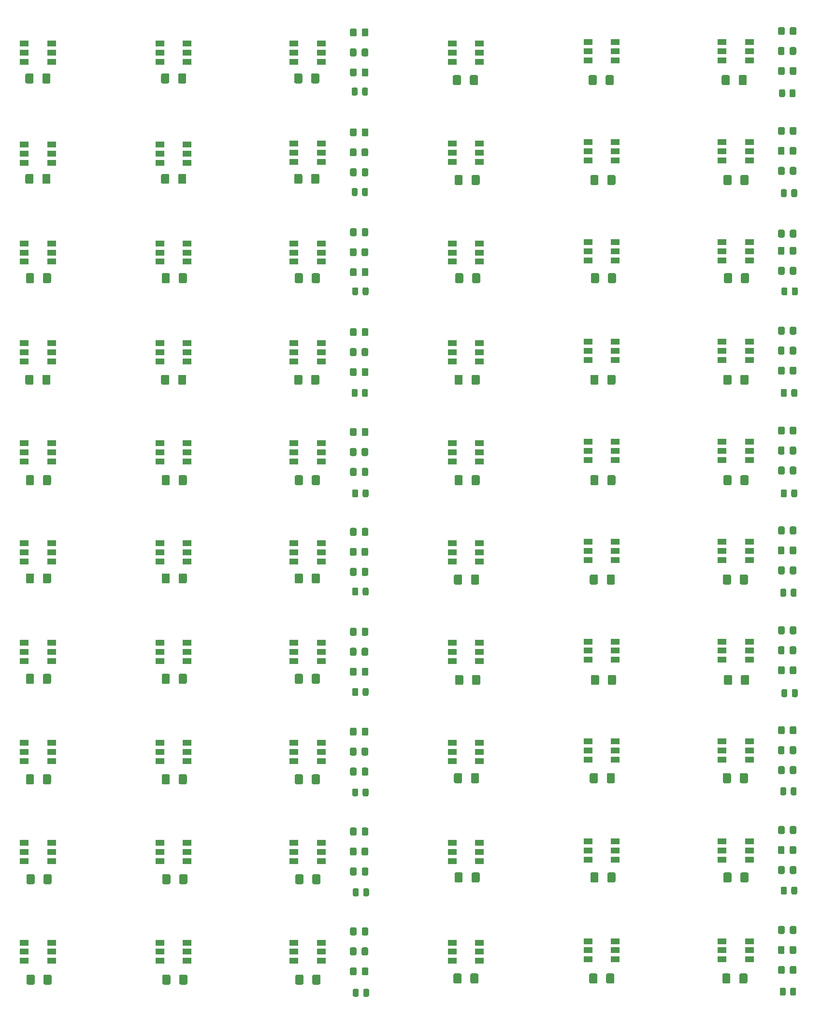
<source format=gbr>
G04 #@! TF.GenerationSoftware,KiCad,Pcbnew,(5.1.8-0-10_14)*
G04 #@! TF.CreationDate,2021-03-11T10:09:50+11:00*
G04 #@! TF.ProjectId,LED Array,4c454420-4172-4726-9179-2e6b69636164,rev?*
G04 #@! TF.SameCoordinates,Original*
G04 #@! TF.FileFunction,Paste,Top*
G04 #@! TF.FilePolarity,Positive*
%FSLAX46Y46*%
G04 Gerber Fmt 4.6, Leading zero omitted, Abs format (unit mm)*
G04 Created by KiCad (PCBNEW (5.1.8-0-10_14)) date 2021-03-11 10:09:50*
%MOMM*%
%LPD*%
G01*
G04 APERTURE LIST*
%ADD10R,1.600000X1.000000*%
G04 APERTURE END LIST*
D10*
X144800000Y-65410000D03*
X144800000Y-63810000D03*
X144800000Y-62210000D03*
X149600000Y-65410000D03*
X149600000Y-63810000D03*
X149600000Y-62210000D03*
X173370000Y-62210000D03*
X173370000Y-63810000D03*
X173370000Y-65410000D03*
X168570000Y-62210000D03*
X168570000Y-63810000D03*
X168570000Y-65410000D03*
X196870000Y-62210000D03*
X196870000Y-63810000D03*
X196870000Y-65410000D03*
X192070000Y-62210000D03*
X192070000Y-63810000D03*
X192070000Y-65410000D03*
G36*
G01*
X193537500Y-67675000D02*
X193537500Y-68925000D01*
G75*
G02*
X193287500Y-69175000I-250000J0D01*
G01*
X192362500Y-69175000D01*
G75*
G02*
X192112500Y-68925000I0J250000D01*
G01*
X192112500Y-67675000D01*
G75*
G02*
X192362500Y-67425000I250000J0D01*
G01*
X193287500Y-67425000D01*
G75*
G02*
X193537500Y-67675000I0J-250000D01*
G01*
G37*
G36*
G01*
X196512500Y-67675000D02*
X196512500Y-68925000D01*
G75*
G02*
X196262500Y-69175000I-250000J0D01*
G01*
X195337500Y-69175000D01*
G75*
G02*
X195087500Y-68925000I0J250000D01*
G01*
X195087500Y-67675000D01*
G75*
G02*
X195337500Y-67425000I250000J0D01*
G01*
X196262500Y-67425000D01*
G75*
G02*
X196512500Y-67675000I0J-250000D01*
G01*
G37*
G36*
G01*
X170225000Y-67675000D02*
X170225000Y-68925000D01*
G75*
G02*
X169975000Y-69175000I-250000J0D01*
G01*
X169050000Y-69175000D01*
G75*
G02*
X168800000Y-68925000I0J250000D01*
G01*
X168800000Y-67675000D01*
G75*
G02*
X169050000Y-67425000I250000J0D01*
G01*
X169975000Y-67425000D01*
G75*
G02*
X170225000Y-67675000I0J-250000D01*
G01*
G37*
G36*
G01*
X173200000Y-67675000D02*
X173200000Y-68925000D01*
G75*
G02*
X172950000Y-69175000I-250000J0D01*
G01*
X172025000Y-69175000D01*
G75*
G02*
X171775000Y-68925000I0J250000D01*
G01*
X171775000Y-67675000D01*
G75*
G02*
X172025000Y-67425000I250000J0D01*
G01*
X172950000Y-67425000D01*
G75*
G02*
X173200000Y-67675000I0J-250000D01*
G01*
G37*
G36*
G01*
X146437500Y-67675000D02*
X146437500Y-68925000D01*
G75*
G02*
X146187500Y-69175000I-250000J0D01*
G01*
X145262500Y-69175000D01*
G75*
G02*
X145012500Y-68925000I0J250000D01*
G01*
X145012500Y-67675000D01*
G75*
G02*
X145262500Y-67425000I250000J0D01*
G01*
X146187500Y-67425000D01*
G75*
G02*
X146437500Y-67675000I0J-250000D01*
G01*
G37*
G36*
G01*
X149412500Y-67675000D02*
X149412500Y-68925000D01*
G75*
G02*
X149162500Y-69175000I-250000J0D01*
G01*
X148237500Y-69175000D01*
G75*
G02*
X147987500Y-68925000I0J250000D01*
G01*
X147987500Y-67675000D01*
G75*
G02*
X148237500Y-67425000I250000J0D01*
G01*
X149162500Y-67425000D01*
G75*
G02*
X149412500Y-67675000I0J-250000D01*
G01*
G37*
G36*
G01*
X205100000Y-59799999D02*
X205100000Y-60700001D01*
G75*
G02*
X204850001Y-60950000I-249999J0D01*
G01*
X204199999Y-60950000D01*
G75*
G02*
X203950000Y-60700001I0J249999D01*
G01*
X203950000Y-59799999D01*
G75*
G02*
X204199999Y-59550000I249999J0D01*
G01*
X204850001Y-59550000D01*
G75*
G02*
X205100000Y-59799999I0J-249999D01*
G01*
G37*
G36*
G01*
X203050000Y-59799999D02*
X203050000Y-60700001D01*
G75*
G02*
X202800001Y-60950000I-249999J0D01*
G01*
X202149999Y-60950000D01*
G75*
G02*
X201900000Y-60700001I0J249999D01*
G01*
X201900000Y-59799999D01*
G75*
G02*
X202149999Y-59550000I249999J0D01*
G01*
X202800001Y-59550000D01*
G75*
G02*
X203050000Y-59799999I0J-249999D01*
G01*
G37*
G36*
G01*
X203025000Y-63299999D02*
X203025000Y-64200001D01*
G75*
G02*
X202775001Y-64450000I-249999J0D01*
G01*
X202124999Y-64450000D01*
G75*
G02*
X201875000Y-64200001I0J249999D01*
G01*
X201875000Y-63299999D01*
G75*
G02*
X202124999Y-63050000I249999J0D01*
G01*
X202775001Y-63050000D01*
G75*
G02*
X203025000Y-63299999I0J-249999D01*
G01*
G37*
G36*
G01*
X205075000Y-63299999D02*
X205075000Y-64200001D01*
G75*
G02*
X204825001Y-64450000I-249999J0D01*
G01*
X204174999Y-64450000D01*
G75*
G02*
X203925000Y-64200001I0J249999D01*
G01*
X203925000Y-63299999D01*
G75*
G02*
X204174999Y-63050000I249999J0D01*
G01*
X204825001Y-63050000D01*
G75*
G02*
X205075000Y-63299999I0J-249999D01*
G01*
G37*
G36*
G01*
X205100000Y-66799999D02*
X205100000Y-67700001D01*
G75*
G02*
X204850001Y-67950000I-249999J0D01*
G01*
X204199999Y-67950000D01*
G75*
G02*
X203950000Y-67700001I0J249999D01*
G01*
X203950000Y-66799999D01*
G75*
G02*
X204199999Y-66550000I249999J0D01*
G01*
X204850001Y-66550000D01*
G75*
G02*
X205100000Y-66799999I0J-249999D01*
G01*
G37*
G36*
G01*
X203050000Y-66799999D02*
X203050000Y-67700001D01*
G75*
G02*
X202800001Y-67950000I-249999J0D01*
G01*
X202149999Y-67950000D01*
G75*
G02*
X201900000Y-67700001I0J249999D01*
G01*
X201900000Y-66799999D01*
G75*
G02*
X202149999Y-66550000I249999J0D01*
G01*
X202800001Y-66550000D01*
G75*
G02*
X203050000Y-66799999I0J-249999D01*
G01*
G37*
G36*
G01*
X203212500Y-70149999D02*
X203212500Y-71050001D01*
G75*
G02*
X202962501Y-71300000I-249999J0D01*
G01*
X202437499Y-71300000D01*
G75*
G02*
X202187500Y-71050001I0J249999D01*
G01*
X202187500Y-70149999D01*
G75*
G02*
X202437499Y-69900000I249999J0D01*
G01*
X202962501Y-69900000D01*
G75*
G02*
X203212500Y-70149999I0J-249999D01*
G01*
G37*
G36*
G01*
X205037500Y-70149999D02*
X205037500Y-71050001D01*
G75*
G02*
X204787501Y-71300000I-249999J0D01*
G01*
X204262499Y-71300000D01*
G75*
G02*
X204012500Y-71050001I0J249999D01*
G01*
X204012500Y-70149999D01*
G75*
G02*
X204262499Y-69900000I249999J0D01*
G01*
X204787501Y-69900000D01*
G75*
G02*
X205037500Y-70149999I0J-249999D01*
G01*
G37*
G36*
G01*
X280237500Y-210149999D02*
X280237500Y-211050001D01*
G75*
G02*
X279987501Y-211300000I-249999J0D01*
G01*
X279462499Y-211300000D01*
G75*
G02*
X279212500Y-211050001I0J249999D01*
G01*
X279212500Y-210149999D01*
G75*
G02*
X279462499Y-209900000I249999J0D01*
G01*
X279987501Y-209900000D01*
G75*
G02*
X280237500Y-210149999I0J-249999D01*
G01*
G37*
G36*
G01*
X278412500Y-210149999D02*
X278412500Y-211050001D01*
G75*
G02*
X278162501Y-211300000I-249999J0D01*
G01*
X277637499Y-211300000D01*
G75*
G02*
X277387500Y-211050001I0J249999D01*
G01*
X277387500Y-210149999D01*
G75*
G02*
X277637499Y-209900000I249999J0D01*
G01*
X278162501Y-209900000D01*
G75*
G02*
X278412500Y-210149999I0J-249999D01*
G01*
G37*
G36*
G01*
X271712500Y-207675000D02*
X271712500Y-208925000D01*
G75*
G02*
X271462500Y-209175000I-250000J0D01*
G01*
X270537500Y-209175000D01*
G75*
G02*
X270287500Y-208925000I0J250000D01*
G01*
X270287500Y-207675000D01*
G75*
G02*
X270537500Y-207425000I250000J0D01*
G01*
X271462500Y-207425000D01*
G75*
G02*
X271712500Y-207675000I0J-250000D01*
G01*
G37*
G36*
G01*
X268737500Y-207675000D02*
X268737500Y-208925000D01*
G75*
G02*
X268487500Y-209175000I-250000J0D01*
G01*
X267562500Y-209175000D01*
G75*
G02*
X267312500Y-208925000I0J250000D01*
G01*
X267312500Y-207675000D01*
G75*
G02*
X267562500Y-207425000I250000J0D01*
G01*
X268487500Y-207425000D01*
G75*
G02*
X268737500Y-207675000I0J-250000D01*
G01*
G37*
G36*
G01*
X248400000Y-207675000D02*
X248400000Y-208925000D01*
G75*
G02*
X248150000Y-209175000I-250000J0D01*
G01*
X247225000Y-209175000D01*
G75*
G02*
X246975000Y-208925000I0J250000D01*
G01*
X246975000Y-207675000D01*
G75*
G02*
X247225000Y-207425000I250000J0D01*
G01*
X248150000Y-207425000D01*
G75*
G02*
X248400000Y-207675000I0J-250000D01*
G01*
G37*
G36*
G01*
X245425000Y-207675000D02*
X245425000Y-208925000D01*
G75*
G02*
X245175000Y-209175000I-250000J0D01*
G01*
X244250000Y-209175000D01*
G75*
G02*
X244000000Y-208925000I0J250000D01*
G01*
X244000000Y-207675000D01*
G75*
G02*
X244250000Y-207425000I250000J0D01*
G01*
X245175000Y-207425000D01*
G75*
G02*
X245425000Y-207675000I0J-250000D01*
G01*
G37*
G36*
G01*
X224612500Y-207675000D02*
X224612500Y-208925000D01*
G75*
G02*
X224362500Y-209175000I-250000J0D01*
G01*
X223437500Y-209175000D01*
G75*
G02*
X223187500Y-208925000I0J250000D01*
G01*
X223187500Y-207675000D01*
G75*
G02*
X223437500Y-207425000I250000J0D01*
G01*
X224362500Y-207425000D01*
G75*
G02*
X224612500Y-207675000I0J-250000D01*
G01*
G37*
G36*
G01*
X221637500Y-207675000D02*
X221637500Y-208925000D01*
G75*
G02*
X221387500Y-209175000I-250000J0D01*
G01*
X220462500Y-209175000D01*
G75*
G02*
X220212500Y-208925000I0J250000D01*
G01*
X220212500Y-207675000D01*
G75*
G02*
X220462500Y-207425000I250000J0D01*
G01*
X221387500Y-207425000D01*
G75*
G02*
X221637500Y-207675000I0J-250000D01*
G01*
G37*
G36*
G01*
X280037500Y-227849999D02*
X280037500Y-228750001D01*
G75*
G02*
X279787501Y-229000000I-249999J0D01*
G01*
X279262499Y-229000000D01*
G75*
G02*
X279012500Y-228750001I0J249999D01*
G01*
X279012500Y-227849999D01*
G75*
G02*
X279262499Y-227600000I249999J0D01*
G01*
X279787501Y-227600000D01*
G75*
G02*
X280037500Y-227849999I0J-249999D01*
G01*
G37*
G36*
G01*
X278212500Y-227849999D02*
X278212500Y-228750001D01*
G75*
G02*
X277962501Y-229000000I-249999J0D01*
G01*
X277437499Y-229000000D01*
G75*
G02*
X277187500Y-228750001I0J249999D01*
G01*
X277187500Y-227849999D01*
G75*
G02*
X277437499Y-227600000I249999J0D01*
G01*
X277962501Y-227600000D01*
G75*
G02*
X278212500Y-227849999I0J-249999D01*
G01*
G37*
G36*
G01*
X271512500Y-225375000D02*
X271512500Y-226625000D01*
G75*
G02*
X271262500Y-226875000I-250000J0D01*
G01*
X270337500Y-226875000D01*
G75*
G02*
X270087500Y-226625000I0J250000D01*
G01*
X270087500Y-225375000D01*
G75*
G02*
X270337500Y-225125000I250000J0D01*
G01*
X271262500Y-225125000D01*
G75*
G02*
X271512500Y-225375000I0J-250000D01*
G01*
G37*
G36*
G01*
X268537500Y-225375000D02*
X268537500Y-226625000D01*
G75*
G02*
X268287500Y-226875000I-250000J0D01*
G01*
X267362500Y-226875000D01*
G75*
G02*
X267112500Y-226625000I0J250000D01*
G01*
X267112500Y-225375000D01*
G75*
G02*
X267362500Y-225125000I250000J0D01*
G01*
X268287500Y-225125000D01*
G75*
G02*
X268537500Y-225375000I0J-250000D01*
G01*
G37*
G36*
G01*
X248200000Y-225375000D02*
X248200000Y-226625000D01*
G75*
G02*
X247950000Y-226875000I-250000J0D01*
G01*
X247025000Y-226875000D01*
G75*
G02*
X246775000Y-226625000I0J250000D01*
G01*
X246775000Y-225375000D01*
G75*
G02*
X247025000Y-225125000I250000J0D01*
G01*
X247950000Y-225125000D01*
G75*
G02*
X248200000Y-225375000I0J-250000D01*
G01*
G37*
G36*
G01*
X245225000Y-225375000D02*
X245225000Y-226625000D01*
G75*
G02*
X244975000Y-226875000I-250000J0D01*
G01*
X244050000Y-226875000D01*
G75*
G02*
X243800000Y-226625000I0J250000D01*
G01*
X243800000Y-225375000D01*
G75*
G02*
X244050000Y-225125000I250000J0D01*
G01*
X244975000Y-225125000D01*
G75*
G02*
X245225000Y-225375000I0J-250000D01*
G01*
G37*
G36*
G01*
X224412500Y-225375000D02*
X224412500Y-226625000D01*
G75*
G02*
X224162500Y-226875000I-250000J0D01*
G01*
X223237500Y-226875000D01*
G75*
G02*
X222987500Y-226625000I0J250000D01*
G01*
X222987500Y-225375000D01*
G75*
G02*
X223237500Y-225125000I250000J0D01*
G01*
X224162500Y-225125000D01*
G75*
G02*
X224412500Y-225375000I0J-250000D01*
G01*
G37*
G36*
G01*
X221437500Y-225375000D02*
X221437500Y-226625000D01*
G75*
G02*
X221187500Y-226875000I-250000J0D01*
G01*
X220262500Y-226875000D01*
G75*
G02*
X220012500Y-226625000I0J250000D01*
G01*
X220012500Y-225375000D01*
G75*
G02*
X220262500Y-225125000I250000J0D01*
G01*
X221187500Y-225125000D01*
G75*
G02*
X221437500Y-225375000I0J-250000D01*
G01*
G37*
G36*
G01*
X280137500Y-192749999D02*
X280137500Y-193650001D01*
G75*
G02*
X279887501Y-193900000I-249999J0D01*
G01*
X279362499Y-193900000D01*
G75*
G02*
X279112500Y-193650001I0J249999D01*
G01*
X279112500Y-192749999D01*
G75*
G02*
X279362499Y-192500000I249999J0D01*
G01*
X279887501Y-192500000D01*
G75*
G02*
X280137500Y-192749999I0J-249999D01*
G01*
G37*
G36*
G01*
X278312500Y-192749999D02*
X278312500Y-193650001D01*
G75*
G02*
X278062501Y-193900000I-249999J0D01*
G01*
X277537499Y-193900000D01*
G75*
G02*
X277287500Y-193650001I0J249999D01*
G01*
X277287500Y-192749999D01*
G75*
G02*
X277537499Y-192500000I249999J0D01*
G01*
X278062501Y-192500000D01*
G75*
G02*
X278312500Y-192749999I0J-249999D01*
G01*
G37*
G36*
G01*
X271612500Y-190275000D02*
X271612500Y-191525000D01*
G75*
G02*
X271362500Y-191775000I-250000J0D01*
G01*
X270437500Y-191775000D01*
G75*
G02*
X270187500Y-191525000I0J250000D01*
G01*
X270187500Y-190275000D01*
G75*
G02*
X270437500Y-190025000I250000J0D01*
G01*
X271362500Y-190025000D01*
G75*
G02*
X271612500Y-190275000I0J-250000D01*
G01*
G37*
G36*
G01*
X268637500Y-190275000D02*
X268637500Y-191525000D01*
G75*
G02*
X268387500Y-191775000I-250000J0D01*
G01*
X267462500Y-191775000D01*
G75*
G02*
X267212500Y-191525000I0J250000D01*
G01*
X267212500Y-190275000D01*
G75*
G02*
X267462500Y-190025000I250000J0D01*
G01*
X268387500Y-190025000D01*
G75*
G02*
X268637500Y-190275000I0J-250000D01*
G01*
G37*
G36*
G01*
X248300000Y-190275000D02*
X248300000Y-191525000D01*
G75*
G02*
X248050000Y-191775000I-250000J0D01*
G01*
X247125000Y-191775000D01*
G75*
G02*
X246875000Y-191525000I0J250000D01*
G01*
X246875000Y-190275000D01*
G75*
G02*
X247125000Y-190025000I250000J0D01*
G01*
X248050000Y-190025000D01*
G75*
G02*
X248300000Y-190275000I0J-250000D01*
G01*
G37*
G36*
G01*
X245325000Y-190275000D02*
X245325000Y-191525000D01*
G75*
G02*
X245075000Y-191775000I-250000J0D01*
G01*
X244150000Y-191775000D01*
G75*
G02*
X243900000Y-191525000I0J250000D01*
G01*
X243900000Y-190275000D01*
G75*
G02*
X244150000Y-190025000I250000J0D01*
G01*
X245075000Y-190025000D01*
G75*
G02*
X245325000Y-190275000I0J-250000D01*
G01*
G37*
G36*
G01*
X224512500Y-190275000D02*
X224512500Y-191525000D01*
G75*
G02*
X224262500Y-191775000I-250000J0D01*
G01*
X223337500Y-191775000D01*
G75*
G02*
X223087500Y-191525000I0J250000D01*
G01*
X223087500Y-190275000D01*
G75*
G02*
X223337500Y-190025000I250000J0D01*
G01*
X224262500Y-190025000D01*
G75*
G02*
X224512500Y-190275000I0J-250000D01*
G01*
G37*
G36*
G01*
X221537500Y-190275000D02*
X221537500Y-191525000D01*
G75*
G02*
X221287500Y-191775000I-250000J0D01*
G01*
X220362500Y-191775000D01*
G75*
G02*
X220112500Y-191525000I0J250000D01*
G01*
X220112500Y-190275000D01*
G75*
G02*
X220362500Y-190025000I250000J0D01*
G01*
X221287500Y-190025000D01*
G75*
G02*
X221537500Y-190275000I0J-250000D01*
G01*
G37*
G36*
G01*
X280337500Y-175549999D02*
X280337500Y-176450001D01*
G75*
G02*
X280087501Y-176700000I-249999J0D01*
G01*
X279562499Y-176700000D01*
G75*
G02*
X279312500Y-176450001I0J249999D01*
G01*
X279312500Y-175549999D01*
G75*
G02*
X279562499Y-175300000I249999J0D01*
G01*
X280087501Y-175300000D01*
G75*
G02*
X280337500Y-175549999I0J-249999D01*
G01*
G37*
G36*
G01*
X278512500Y-175549999D02*
X278512500Y-176450001D01*
G75*
G02*
X278262501Y-176700000I-249999J0D01*
G01*
X277737499Y-176700000D01*
G75*
G02*
X277487500Y-176450001I0J249999D01*
G01*
X277487500Y-175549999D01*
G75*
G02*
X277737499Y-175300000I249999J0D01*
G01*
X278262501Y-175300000D01*
G75*
G02*
X278512500Y-175549999I0J-249999D01*
G01*
G37*
G36*
G01*
X271812500Y-173075000D02*
X271812500Y-174325000D01*
G75*
G02*
X271562500Y-174575000I-250000J0D01*
G01*
X270637500Y-174575000D01*
G75*
G02*
X270387500Y-174325000I0J250000D01*
G01*
X270387500Y-173075000D01*
G75*
G02*
X270637500Y-172825000I250000J0D01*
G01*
X271562500Y-172825000D01*
G75*
G02*
X271812500Y-173075000I0J-250000D01*
G01*
G37*
G36*
G01*
X268837500Y-173075000D02*
X268837500Y-174325000D01*
G75*
G02*
X268587500Y-174575000I-250000J0D01*
G01*
X267662500Y-174575000D01*
G75*
G02*
X267412500Y-174325000I0J250000D01*
G01*
X267412500Y-173075000D01*
G75*
G02*
X267662500Y-172825000I250000J0D01*
G01*
X268587500Y-172825000D01*
G75*
G02*
X268837500Y-173075000I0J-250000D01*
G01*
G37*
G36*
G01*
X248500000Y-173075000D02*
X248500000Y-174325000D01*
G75*
G02*
X248250000Y-174575000I-250000J0D01*
G01*
X247325000Y-174575000D01*
G75*
G02*
X247075000Y-174325000I0J250000D01*
G01*
X247075000Y-173075000D01*
G75*
G02*
X247325000Y-172825000I250000J0D01*
G01*
X248250000Y-172825000D01*
G75*
G02*
X248500000Y-173075000I0J-250000D01*
G01*
G37*
G36*
G01*
X245525000Y-173075000D02*
X245525000Y-174325000D01*
G75*
G02*
X245275000Y-174575000I-250000J0D01*
G01*
X244350000Y-174575000D01*
G75*
G02*
X244100000Y-174325000I0J250000D01*
G01*
X244100000Y-173075000D01*
G75*
G02*
X244350000Y-172825000I250000J0D01*
G01*
X245275000Y-172825000D01*
G75*
G02*
X245525000Y-173075000I0J-250000D01*
G01*
G37*
G36*
G01*
X224712500Y-173075000D02*
X224712500Y-174325000D01*
G75*
G02*
X224462500Y-174575000I-250000J0D01*
G01*
X223537500Y-174575000D01*
G75*
G02*
X223287500Y-174325000I0J250000D01*
G01*
X223287500Y-173075000D01*
G75*
G02*
X223537500Y-172825000I250000J0D01*
G01*
X224462500Y-172825000D01*
G75*
G02*
X224712500Y-173075000I0J-250000D01*
G01*
G37*
G36*
G01*
X221737500Y-173075000D02*
X221737500Y-174325000D01*
G75*
G02*
X221487500Y-174575000I-250000J0D01*
G01*
X220562500Y-174575000D01*
G75*
G02*
X220312500Y-174325000I0J250000D01*
G01*
X220312500Y-173075000D01*
G75*
G02*
X220562500Y-172825000I250000J0D01*
G01*
X221487500Y-172825000D01*
G75*
G02*
X221737500Y-173075000I0J-250000D01*
G01*
G37*
G36*
G01*
X280137500Y-157949999D02*
X280137500Y-158850001D01*
G75*
G02*
X279887501Y-159100000I-249999J0D01*
G01*
X279362499Y-159100000D01*
G75*
G02*
X279112500Y-158850001I0J249999D01*
G01*
X279112500Y-157949999D01*
G75*
G02*
X279362499Y-157700000I249999J0D01*
G01*
X279887501Y-157700000D01*
G75*
G02*
X280137500Y-157949999I0J-249999D01*
G01*
G37*
G36*
G01*
X278312500Y-157949999D02*
X278312500Y-158850001D01*
G75*
G02*
X278062501Y-159100000I-249999J0D01*
G01*
X277537499Y-159100000D01*
G75*
G02*
X277287500Y-158850001I0J249999D01*
G01*
X277287500Y-157949999D01*
G75*
G02*
X277537499Y-157700000I249999J0D01*
G01*
X278062501Y-157700000D01*
G75*
G02*
X278312500Y-157949999I0J-249999D01*
G01*
G37*
G36*
G01*
X271612500Y-155475000D02*
X271612500Y-156725000D01*
G75*
G02*
X271362500Y-156975000I-250000J0D01*
G01*
X270437500Y-156975000D01*
G75*
G02*
X270187500Y-156725000I0J250000D01*
G01*
X270187500Y-155475000D01*
G75*
G02*
X270437500Y-155225000I250000J0D01*
G01*
X271362500Y-155225000D01*
G75*
G02*
X271612500Y-155475000I0J-250000D01*
G01*
G37*
G36*
G01*
X268637500Y-155475000D02*
X268637500Y-156725000D01*
G75*
G02*
X268387500Y-156975000I-250000J0D01*
G01*
X267462500Y-156975000D01*
G75*
G02*
X267212500Y-156725000I0J250000D01*
G01*
X267212500Y-155475000D01*
G75*
G02*
X267462500Y-155225000I250000J0D01*
G01*
X268387500Y-155225000D01*
G75*
G02*
X268637500Y-155475000I0J-250000D01*
G01*
G37*
G36*
G01*
X248300000Y-155475000D02*
X248300000Y-156725000D01*
G75*
G02*
X248050000Y-156975000I-250000J0D01*
G01*
X247125000Y-156975000D01*
G75*
G02*
X246875000Y-156725000I0J250000D01*
G01*
X246875000Y-155475000D01*
G75*
G02*
X247125000Y-155225000I250000J0D01*
G01*
X248050000Y-155225000D01*
G75*
G02*
X248300000Y-155475000I0J-250000D01*
G01*
G37*
G36*
G01*
X245325000Y-155475000D02*
X245325000Y-156725000D01*
G75*
G02*
X245075000Y-156975000I-250000J0D01*
G01*
X244150000Y-156975000D01*
G75*
G02*
X243900000Y-156725000I0J250000D01*
G01*
X243900000Y-155475000D01*
G75*
G02*
X244150000Y-155225000I250000J0D01*
G01*
X245075000Y-155225000D01*
G75*
G02*
X245325000Y-155475000I0J-250000D01*
G01*
G37*
G36*
G01*
X224512500Y-155475000D02*
X224512500Y-156725000D01*
G75*
G02*
X224262500Y-156975000I-250000J0D01*
G01*
X223337500Y-156975000D01*
G75*
G02*
X223087500Y-156725000I0J250000D01*
G01*
X223087500Y-155475000D01*
G75*
G02*
X223337500Y-155225000I250000J0D01*
G01*
X224262500Y-155225000D01*
G75*
G02*
X224512500Y-155475000I0J-250000D01*
G01*
G37*
G36*
G01*
X221537500Y-155475000D02*
X221537500Y-156725000D01*
G75*
G02*
X221287500Y-156975000I-250000J0D01*
G01*
X220362500Y-156975000D01*
G75*
G02*
X220112500Y-156725000I0J250000D01*
G01*
X220112500Y-155475000D01*
G75*
G02*
X220362500Y-155225000I250000J0D01*
G01*
X221287500Y-155225000D01*
G75*
G02*
X221537500Y-155475000I0J-250000D01*
G01*
G37*
G36*
G01*
X280237500Y-140549999D02*
X280237500Y-141450001D01*
G75*
G02*
X279987501Y-141700000I-249999J0D01*
G01*
X279462499Y-141700000D01*
G75*
G02*
X279212500Y-141450001I0J249999D01*
G01*
X279212500Y-140549999D01*
G75*
G02*
X279462499Y-140300000I249999J0D01*
G01*
X279987501Y-140300000D01*
G75*
G02*
X280237500Y-140549999I0J-249999D01*
G01*
G37*
G36*
G01*
X278412500Y-140549999D02*
X278412500Y-141450001D01*
G75*
G02*
X278162501Y-141700000I-249999J0D01*
G01*
X277637499Y-141700000D01*
G75*
G02*
X277387500Y-141450001I0J249999D01*
G01*
X277387500Y-140549999D01*
G75*
G02*
X277637499Y-140300000I249999J0D01*
G01*
X278162501Y-140300000D01*
G75*
G02*
X278412500Y-140549999I0J-249999D01*
G01*
G37*
G36*
G01*
X271712500Y-138075000D02*
X271712500Y-139325000D01*
G75*
G02*
X271462500Y-139575000I-250000J0D01*
G01*
X270537500Y-139575000D01*
G75*
G02*
X270287500Y-139325000I0J250000D01*
G01*
X270287500Y-138075000D01*
G75*
G02*
X270537500Y-137825000I250000J0D01*
G01*
X271462500Y-137825000D01*
G75*
G02*
X271712500Y-138075000I0J-250000D01*
G01*
G37*
G36*
G01*
X268737500Y-138075000D02*
X268737500Y-139325000D01*
G75*
G02*
X268487500Y-139575000I-250000J0D01*
G01*
X267562500Y-139575000D01*
G75*
G02*
X267312500Y-139325000I0J250000D01*
G01*
X267312500Y-138075000D01*
G75*
G02*
X267562500Y-137825000I250000J0D01*
G01*
X268487500Y-137825000D01*
G75*
G02*
X268737500Y-138075000I0J-250000D01*
G01*
G37*
G36*
G01*
X248400000Y-138075000D02*
X248400000Y-139325000D01*
G75*
G02*
X248150000Y-139575000I-250000J0D01*
G01*
X247225000Y-139575000D01*
G75*
G02*
X246975000Y-139325000I0J250000D01*
G01*
X246975000Y-138075000D01*
G75*
G02*
X247225000Y-137825000I250000J0D01*
G01*
X248150000Y-137825000D01*
G75*
G02*
X248400000Y-138075000I0J-250000D01*
G01*
G37*
G36*
G01*
X245425000Y-138075000D02*
X245425000Y-139325000D01*
G75*
G02*
X245175000Y-139575000I-250000J0D01*
G01*
X244250000Y-139575000D01*
G75*
G02*
X244000000Y-139325000I0J250000D01*
G01*
X244000000Y-138075000D01*
G75*
G02*
X244250000Y-137825000I250000J0D01*
G01*
X245175000Y-137825000D01*
G75*
G02*
X245425000Y-138075000I0J-250000D01*
G01*
G37*
G36*
G01*
X224612500Y-138075000D02*
X224612500Y-139325000D01*
G75*
G02*
X224362500Y-139575000I-250000J0D01*
G01*
X223437500Y-139575000D01*
G75*
G02*
X223187500Y-139325000I0J250000D01*
G01*
X223187500Y-138075000D01*
G75*
G02*
X223437500Y-137825000I250000J0D01*
G01*
X224362500Y-137825000D01*
G75*
G02*
X224612500Y-138075000I0J-250000D01*
G01*
G37*
G36*
G01*
X221637500Y-138075000D02*
X221637500Y-139325000D01*
G75*
G02*
X221387500Y-139575000I-250000J0D01*
G01*
X220462500Y-139575000D01*
G75*
G02*
X220212500Y-139325000I0J250000D01*
G01*
X220212500Y-138075000D01*
G75*
G02*
X220462500Y-137825000I250000J0D01*
G01*
X221387500Y-137825000D01*
G75*
G02*
X221637500Y-138075000I0J-250000D01*
G01*
G37*
G36*
G01*
X280237500Y-122949999D02*
X280237500Y-123850001D01*
G75*
G02*
X279987501Y-124100000I-249999J0D01*
G01*
X279462499Y-124100000D01*
G75*
G02*
X279212500Y-123850001I0J249999D01*
G01*
X279212500Y-122949999D01*
G75*
G02*
X279462499Y-122700000I249999J0D01*
G01*
X279987501Y-122700000D01*
G75*
G02*
X280237500Y-122949999I0J-249999D01*
G01*
G37*
G36*
G01*
X278412500Y-122949999D02*
X278412500Y-123850001D01*
G75*
G02*
X278162501Y-124100000I-249999J0D01*
G01*
X277637499Y-124100000D01*
G75*
G02*
X277387500Y-123850001I0J249999D01*
G01*
X277387500Y-122949999D01*
G75*
G02*
X277637499Y-122700000I249999J0D01*
G01*
X278162501Y-122700000D01*
G75*
G02*
X278412500Y-122949999I0J-249999D01*
G01*
G37*
G36*
G01*
X271712500Y-120475000D02*
X271712500Y-121725000D01*
G75*
G02*
X271462500Y-121975000I-250000J0D01*
G01*
X270537500Y-121975000D01*
G75*
G02*
X270287500Y-121725000I0J250000D01*
G01*
X270287500Y-120475000D01*
G75*
G02*
X270537500Y-120225000I250000J0D01*
G01*
X271462500Y-120225000D01*
G75*
G02*
X271712500Y-120475000I0J-250000D01*
G01*
G37*
G36*
G01*
X268737500Y-120475000D02*
X268737500Y-121725000D01*
G75*
G02*
X268487500Y-121975000I-250000J0D01*
G01*
X267562500Y-121975000D01*
G75*
G02*
X267312500Y-121725000I0J250000D01*
G01*
X267312500Y-120475000D01*
G75*
G02*
X267562500Y-120225000I250000J0D01*
G01*
X268487500Y-120225000D01*
G75*
G02*
X268737500Y-120475000I0J-250000D01*
G01*
G37*
G36*
G01*
X248400000Y-120475000D02*
X248400000Y-121725000D01*
G75*
G02*
X248150000Y-121975000I-250000J0D01*
G01*
X247225000Y-121975000D01*
G75*
G02*
X246975000Y-121725000I0J250000D01*
G01*
X246975000Y-120475000D01*
G75*
G02*
X247225000Y-120225000I250000J0D01*
G01*
X248150000Y-120225000D01*
G75*
G02*
X248400000Y-120475000I0J-250000D01*
G01*
G37*
G36*
G01*
X245425000Y-120475000D02*
X245425000Y-121725000D01*
G75*
G02*
X245175000Y-121975000I-250000J0D01*
G01*
X244250000Y-121975000D01*
G75*
G02*
X244000000Y-121725000I0J250000D01*
G01*
X244000000Y-120475000D01*
G75*
G02*
X244250000Y-120225000I250000J0D01*
G01*
X245175000Y-120225000D01*
G75*
G02*
X245425000Y-120475000I0J-250000D01*
G01*
G37*
G36*
G01*
X224612500Y-120475000D02*
X224612500Y-121725000D01*
G75*
G02*
X224362500Y-121975000I-250000J0D01*
G01*
X223437500Y-121975000D01*
G75*
G02*
X223187500Y-121725000I0J250000D01*
G01*
X223187500Y-120475000D01*
G75*
G02*
X223437500Y-120225000I250000J0D01*
G01*
X224362500Y-120225000D01*
G75*
G02*
X224612500Y-120475000I0J-250000D01*
G01*
G37*
G36*
G01*
X221637500Y-120475000D02*
X221637500Y-121725000D01*
G75*
G02*
X221387500Y-121975000I-250000J0D01*
G01*
X220462500Y-121975000D01*
G75*
G02*
X220212500Y-121725000I0J250000D01*
G01*
X220212500Y-120475000D01*
G75*
G02*
X220462500Y-120225000I250000J0D01*
G01*
X221387500Y-120225000D01*
G75*
G02*
X221637500Y-120475000I0J-250000D01*
G01*
G37*
G36*
G01*
X280337500Y-105149999D02*
X280337500Y-106050001D01*
G75*
G02*
X280087501Y-106300000I-249999J0D01*
G01*
X279562499Y-106300000D01*
G75*
G02*
X279312500Y-106050001I0J249999D01*
G01*
X279312500Y-105149999D01*
G75*
G02*
X279562499Y-104900000I249999J0D01*
G01*
X280087501Y-104900000D01*
G75*
G02*
X280337500Y-105149999I0J-249999D01*
G01*
G37*
G36*
G01*
X278512500Y-105149999D02*
X278512500Y-106050001D01*
G75*
G02*
X278262501Y-106300000I-249999J0D01*
G01*
X277737499Y-106300000D01*
G75*
G02*
X277487500Y-106050001I0J249999D01*
G01*
X277487500Y-105149999D01*
G75*
G02*
X277737499Y-104900000I249999J0D01*
G01*
X278262501Y-104900000D01*
G75*
G02*
X278512500Y-105149999I0J-249999D01*
G01*
G37*
G36*
G01*
X271812500Y-102675000D02*
X271812500Y-103925000D01*
G75*
G02*
X271562500Y-104175000I-250000J0D01*
G01*
X270637500Y-104175000D01*
G75*
G02*
X270387500Y-103925000I0J250000D01*
G01*
X270387500Y-102675000D01*
G75*
G02*
X270637500Y-102425000I250000J0D01*
G01*
X271562500Y-102425000D01*
G75*
G02*
X271812500Y-102675000I0J-250000D01*
G01*
G37*
G36*
G01*
X268837500Y-102675000D02*
X268837500Y-103925000D01*
G75*
G02*
X268587500Y-104175000I-250000J0D01*
G01*
X267662500Y-104175000D01*
G75*
G02*
X267412500Y-103925000I0J250000D01*
G01*
X267412500Y-102675000D01*
G75*
G02*
X267662500Y-102425000I250000J0D01*
G01*
X268587500Y-102425000D01*
G75*
G02*
X268837500Y-102675000I0J-250000D01*
G01*
G37*
G36*
G01*
X248500000Y-102675000D02*
X248500000Y-103925000D01*
G75*
G02*
X248250000Y-104175000I-250000J0D01*
G01*
X247325000Y-104175000D01*
G75*
G02*
X247075000Y-103925000I0J250000D01*
G01*
X247075000Y-102675000D01*
G75*
G02*
X247325000Y-102425000I250000J0D01*
G01*
X248250000Y-102425000D01*
G75*
G02*
X248500000Y-102675000I0J-250000D01*
G01*
G37*
G36*
G01*
X245525000Y-102675000D02*
X245525000Y-103925000D01*
G75*
G02*
X245275000Y-104175000I-250000J0D01*
G01*
X244350000Y-104175000D01*
G75*
G02*
X244100000Y-103925000I0J250000D01*
G01*
X244100000Y-102675000D01*
G75*
G02*
X244350000Y-102425000I250000J0D01*
G01*
X245275000Y-102425000D01*
G75*
G02*
X245525000Y-102675000I0J-250000D01*
G01*
G37*
G36*
G01*
X224712500Y-102675000D02*
X224712500Y-103925000D01*
G75*
G02*
X224462500Y-104175000I-250000J0D01*
G01*
X223537500Y-104175000D01*
G75*
G02*
X223287500Y-103925000I0J250000D01*
G01*
X223287500Y-102675000D01*
G75*
G02*
X223537500Y-102425000I250000J0D01*
G01*
X224462500Y-102425000D01*
G75*
G02*
X224712500Y-102675000I0J-250000D01*
G01*
G37*
G36*
G01*
X221737500Y-102675000D02*
X221737500Y-103925000D01*
G75*
G02*
X221487500Y-104175000I-250000J0D01*
G01*
X220562500Y-104175000D01*
G75*
G02*
X220312500Y-103925000I0J250000D01*
G01*
X220312500Y-102675000D01*
G75*
G02*
X220562500Y-102425000I250000J0D01*
G01*
X221487500Y-102425000D01*
G75*
G02*
X221737500Y-102675000I0J-250000D01*
G01*
G37*
G36*
G01*
X280237500Y-87949999D02*
X280237500Y-88850001D01*
G75*
G02*
X279987501Y-89100000I-249999J0D01*
G01*
X279462499Y-89100000D01*
G75*
G02*
X279212500Y-88850001I0J249999D01*
G01*
X279212500Y-87949999D01*
G75*
G02*
X279462499Y-87700000I249999J0D01*
G01*
X279987501Y-87700000D01*
G75*
G02*
X280237500Y-87949999I0J-249999D01*
G01*
G37*
G36*
G01*
X278412500Y-87949999D02*
X278412500Y-88850001D01*
G75*
G02*
X278162501Y-89100000I-249999J0D01*
G01*
X277637499Y-89100000D01*
G75*
G02*
X277387500Y-88850001I0J249999D01*
G01*
X277387500Y-87949999D01*
G75*
G02*
X277637499Y-87700000I249999J0D01*
G01*
X278162501Y-87700000D01*
G75*
G02*
X278412500Y-87949999I0J-249999D01*
G01*
G37*
G36*
G01*
X271712500Y-85475000D02*
X271712500Y-86725000D01*
G75*
G02*
X271462500Y-86975000I-250000J0D01*
G01*
X270537500Y-86975000D01*
G75*
G02*
X270287500Y-86725000I0J250000D01*
G01*
X270287500Y-85475000D01*
G75*
G02*
X270537500Y-85225000I250000J0D01*
G01*
X271462500Y-85225000D01*
G75*
G02*
X271712500Y-85475000I0J-250000D01*
G01*
G37*
G36*
G01*
X268737500Y-85475000D02*
X268737500Y-86725000D01*
G75*
G02*
X268487500Y-86975000I-250000J0D01*
G01*
X267562500Y-86975000D01*
G75*
G02*
X267312500Y-86725000I0J250000D01*
G01*
X267312500Y-85475000D01*
G75*
G02*
X267562500Y-85225000I250000J0D01*
G01*
X268487500Y-85225000D01*
G75*
G02*
X268737500Y-85475000I0J-250000D01*
G01*
G37*
G36*
G01*
X248400000Y-85475000D02*
X248400000Y-86725000D01*
G75*
G02*
X248150000Y-86975000I-250000J0D01*
G01*
X247225000Y-86975000D01*
G75*
G02*
X246975000Y-86725000I0J250000D01*
G01*
X246975000Y-85475000D01*
G75*
G02*
X247225000Y-85225000I250000J0D01*
G01*
X248150000Y-85225000D01*
G75*
G02*
X248400000Y-85475000I0J-250000D01*
G01*
G37*
G36*
G01*
X245425000Y-85475000D02*
X245425000Y-86725000D01*
G75*
G02*
X245175000Y-86975000I-250000J0D01*
G01*
X244250000Y-86975000D01*
G75*
G02*
X244000000Y-86725000I0J250000D01*
G01*
X244000000Y-85475000D01*
G75*
G02*
X244250000Y-85225000I250000J0D01*
G01*
X245175000Y-85225000D01*
G75*
G02*
X245425000Y-85475000I0J-250000D01*
G01*
G37*
G36*
G01*
X224612500Y-85475000D02*
X224612500Y-86725000D01*
G75*
G02*
X224362500Y-86975000I-250000J0D01*
G01*
X223437500Y-86975000D01*
G75*
G02*
X223187500Y-86725000I0J250000D01*
G01*
X223187500Y-85475000D01*
G75*
G02*
X223437500Y-85225000I250000J0D01*
G01*
X224362500Y-85225000D01*
G75*
G02*
X224612500Y-85475000I0J-250000D01*
G01*
G37*
G36*
G01*
X221637500Y-85475000D02*
X221637500Y-86725000D01*
G75*
G02*
X221387500Y-86975000I-250000J0D01*
G01*
X220462500Y-86975000D01*
G75*
G02*
X220212500Y-86725000I0J250000D01*
G01*
X220212500Y-85475000D01*
G75*
G02*
X220462500Y-85225000I250000J0D01*
G01*
X221387500Y-85225000D01*
G75*
G02*
X221637500Y-85475000I0J-250000D01*
G01*
G37*
G36*
G01*
X279937500Y-70449999D02*
X279937500Y-71350001D01*
G75*
G02*
X279687501Y-71600000I-249999J0D01*
G01*
X279162499Y-71600000D01*
G75*
G02*
X278912500Y-71350001I0J249999D01*
G01*
X278912500Y-70449999D01*
G75*
G02*
X279162499Y-70200000I249999J0D01*
G01*
X279687501Y-70200000D01*
G75*
G02*
X279937500Y-70449999I0J-249999D01*
G01*
G37*
G36*
G01*
X278112500Y-70449999D02*
X278112500Y-71350001D01*
G75*
G02*
X277862501Y-71600000I-249999J0D01*
G01*
X277337499Y-71600000D01*
G75*
G02*
X277087500Y-71350001I0J249999D01*
G01*
X277087500Y-70449999D01*
G75*
G02*
X277337499Y-70200000I249999J0D01*
G01*
X277862501Y-70200000D01*
G75*
G02*
X278112500Y-70449999I0J-249999D01*
G01*
G37*
G36*
G01*
X271412500Y-67975000D02*
X271412500Y-69225000D01*
G75*
G02*
X271162500Y-69475000I-250000J0D01*
G01*
X270237500Y-69475000D01*
G75*
G02*
X269987500Y-69225000I0J250000D01*
G01*
X269987500Y-67975000D01*
G75*
G02*
X270237500Y-67725000I250000J0D01*
G01*
X271162500Y-67725000D01*
G75*
G02*
X271412500Y-67975000I0J-250000D01*
G01*
G37*
G36*
G01*
X268437500Y-67975000D02*
X268437500Y-69225000D01*
G75*
G02*
X268187500Y-69475000I-250000J0D01*
G01*
X267262500Y-69475000D01*
G75*
G02*
X267012500Y-69225000I0J250000D01*
G01*
X267012500Y-67975000D01*
G75*
G02*
X267262500Y-67725000I250000J0D01*
G01*
X268187500Y-67725000D01*
G75*
G02*
X268437500Y-67975000I0J-250000D01*
G01*
G37*
G36*
G01*
X248100000Y-67975000D02*
X248100000Y-69225000D01*
G75*
G02*
X247850000Y-69475000I-250000J0D01*
G01*
X246925000Y-69475000D01*
G75*
G02*
X246675000Y-69225000I0J250000D01*
G01*
X246675000Y-67975000D01*
G75*
G02*
X246925000Y-67725000I250000J0D01*
G01*
X247850000Y-67725000D01*
G75*
G02*
X248100000Y-67975000I0J-250000D01*
G01*
G37*
G36*
G01*
X245125000Y-67975000D02*
X245125000Y-69225000D01*
G75*
G02*
X244875000Y-69475000I-250000J0D01*
G01*
X243950000Y-69475000D01*
G75*
G02*
X243700000Y-69225000I0J250000D01*
G01*
X243700000Y-67975000D01*
G75*
G02*
X243950000Y-67725000I250000J0D01*
G01*
X244875000Y-67725000D01*
G75*
G02*
X245125000Y-67975000I0J-250000D01*
G01*
G37*
G36*
G01*
X224312500Y-67975000D02*
X224312500Y-69225000D01*
G75*
G02*
X224062500Y-69475000I-250000J0D01*
G01*
X223137500Y-69475000D01*
G75*
G02*
X222887500Y-69225000I0J250000D01*
G01*
X222887500Y-67975000D01*
G75*
G02*
X223137500Y-67725000I250000J0D01*
G01*
X224062500Y-67725000D01*
G75*
G02*
X224312500Y-67975000I0J-250000D01*
G01*
G37*
G36*
G01*
X221337500Y-67975000D02*
X221337500Y-69225000D01*
G75*
G02*
X221087500Y-69475000I-250000J0D01*
G01*
X220162500Y-69475000D01*
G75*
G02*
X219912500Y-69225000I0J250000D01*
G01*
X219912500Y-67975000D01*
G75*
G02*
X220162500Y-67725000I250000J0D01*
G01*
X221087500Y-67725000D01*
G75*
G02*
X221337500Y-67975000I0J-250000D01*
G01*
G37*
G36*
G01*
X205237500Y-228049999D02*
X205237500Y-228950001D01*
G75*
G02*
X204987501Y-229200000I-249999J0D01*
G01*
X204462499Y-229200000D01*
G75*
G02*
X204212500Y-228950001I0J249999D01*
G01*
X204212500Y-228049999D01*
G75*
G02*
X204462499Y-227800000I249999J0D01*
G01*
X204987501Y-227800000D01*
G75*
G02*
X205237500Y-228049999I0J-249999D01*
G01*
G37*
G36*
G01*
X203412500Y-228049999D02*
X203412500Y-228950001D01*
G75*
G02*
X203162501Y-229200000I-249999J0D01*
G01*
X202637499Y-229200000D01*
G75*
G02*
X202387500Y-228950001I0J249999D01*
G01*
X202387500Y-228049999D01*
G75*
G02*
X202637499Y-227800000I249999J0D01*
G01*
X203162501Y-227800000D01*
G75*
G02*
X203412500Y-228049999I0J-249999D01*
G01*
G37*
G36*
G01*
X196712500Y-225575000D02*
X196712500Y-226825000D01*
G75*
G02*
X196462500Y-227075000I-250000J0D01*
G01*
X195537500Y-227075000D01*
G75*
G02*
X195287500Y-226825000I0J250000D01*
G01*
X195287500Y-225575000D01*
G75*
G02*
X195537500Y-225325000I250000J0D01*
G01*
X196462500Y-225325000D01*
G75*
G02*
X196712500Y-225575000I0J-250000D01*
G01*
G37*
G36*
G01*
X193737500Y-225575000D02*
X193737500Y-226825000D01*
G75*
G02*
X193487500Y-227075000I-250000J0D01*
G01*
X192562500Y-227075000D01*
G75*
G02*
X192312500Y-226825000I0J250000D01*
G01*
X192312500Y-225575000D01*
G75*
G02*
X192562500Y-225325000I250000J0D01*
G01*
X193487500Y-225325000D01*
G75*
G02*
X193737500Y-225575000I0J-250000D01*
G01*
G37*
G36*
G01*
X173400000Y-225575000D02*
X173400000Y-226825000D01*
G75*
G02*
X173150000Y-227075000I-250000J0D01*
G01*
X172225000Y-227075000D01*
G75*
G02*
X171975000Y-226825000I0J250000D01*
G01*
X171975000Y-225575000D01*
G75*
G02*
X172225000Y-225325000I250000J0D01*
G01*
X173150000Y-225325000D01*
G75*
G02*
X173400000Y-225575000I0J-250000D01*
G01*
G37*
G36*
G01*
X170425000Y-225575000D02*
X170425000Y-226825000D01*
G75*
G02*
X170175000Y-227075000I-250000J0D01*
G01*
X169250000Y-227075000D01*
G75*
G02*
X169000000Y-226825000I0J250000D01*
G01*
X169000000Y-225575000D01*
G75*
G02*
X169250000Y-225325000I250000J0D01*
G01*
X170175000Y-225325000D01*
G75*
G02*
X170425000Y-225575000I0J-250000D01*
G01*
G37*
G36*
G01*
X149612500Y-225575000D02*
X149612500Y-226825000D01*
G75*
G02*
X149362500Y-227075000I-250000J0D01*
G01*
X148437500Y-227075000D01*
G75*
G02*
X148187500Y-226825000I0J250000D01*
G01*
X148187500Y-225575000D01*
G75*
G02*
X148437500Y-225325000I250000J0D01*
G01*
X149362500Y-225325000D01*
G75*
G02*
X149612500Y-225575000I0J-250000D01*
G01*
G37*
G36*
G01*
X146637500Y-225575000D02*
X146637500Y-226825000D01*
G75*
G02*
X146387500Y-227075000I-250000J0D01*
G01*
X145462500Y-227075000D01*
G75*
G02*
X145212500Y-226825000I0J250000D01*
G01*
X145212500Y-225575000D01*
G75*
G02*
X145462500Y-225325000I250000J0D01*
G01*
X146387500Y-225325000D01*
G75*
G02*
X146637500Y-225575000I0J-250000D01*
G01*
G37*
G36*
G01*
X205237500Y-210449999D02*
X205237500Y-211350001D01*
G75*
G02*
X204987501Y-211600000I-249999J0D01*
G01*
X204462499Y-211600000D01*
G75*
G02*
X204212500Y-211350001I0J249999D01*
G01*
X204212500Y-210449999D01*
G75*
G02*
X204462499Y-210200000I249999J0D01*
G01*
X204987501Y-210200000D01*
G75*
G02*
X205237500Y-210449999I0J-249999D01*
G01*
G37*
G36*
G01*
X203412500Y-210449999D02*
X203412500Y-211350001D01*
G75*
G02*
X203162501Y-211600000I-249999J0D01*
G01*
X202637499Y-211600000D01*
G75*
G02*
X202387500Y-211350001I0J249999D01*
G01*
X202387500Y-210449999D01*
G75*
G02*
X202637499Y-210200000I249999J0D01*
G01*
X203162501Y-210200000D01*
G75*
G02*
X203412500Y-210449999I0J-249999D01*
G01*
G37*
G36*
G01*
X196712500Y-207975000D02*
X196712500Y-209225000D01*
G75*
G02*
X196462500Y-209475000I-250000J0D01*
G01*
X195537500Y-209475000D01*
G75*
G02*
X195287500Y-209225000I0J250000D01*
G01*
X195287500Y-207975000D01*
G75*
G02*
X195537500Y-207725000I250000J0D01*
G01*
X196462500Y-207725000D01*
G75*
G02*
X196712500Y-207975000I0J-250000D01*
G01*
G37*
G36*
G01*
X193737500Y-207975000D02*
X193737500Y-209225000D01*
G75*
G02*
X193487500Y-209475000I-250000J0D01*
G01*
X192562500Y-209475000D01*
G75*
G02*
X192312500Y-209225000I0J250000D01*
G01*
X192312500Y-207975000D01*
G75*
G02*
X192562500Y-207725000I250000J0D01*
G01*
X193487500Y-207725000D01*
G75*
G02*
X193737500Y-207975000I0J-250000D01*
G01*
G37*
G36*
G01*
X173400000Y-207975000D02*
X173400000Y-209225000D01*
G75*
G02*
X173150000Y-209475000I-250000J0D01*
G01*
X172225000Y-209475000D01*
G75*
G02*
X171975000Y-209225000I0J250000D01*
G01*
X171975000Y-207975000D01*
G75*
G02*
X172225000Y-207725000I250000J0D01*
G01*
X173150000Y-207725000D01*
G75*
G02*
X173400000Y-207975000I0J-250000D01*
G01*
G37*
G36*
G01*
X170425000Y-207975000D02*
X170425000Y-209225000D01*
G75*
G02*
X170175000Y-209475000I-250000J0D01*
G01*
X169250000Y-209475000D01*
G75*
G02*
X169000000Y-209225000I0J250000D01*
G01*
X169000000Y-207975000D01*
G75*
G02*
X169250000Y-207725000I250000J0D01*
G01*
X170175000Y-207725000D01*
G75*
G02*
X170425000Y-207975000I0J-250000D01*
G01*
G37*
G36*
G01*
X149612500Y-207975000D02*
X149612500Y-209225000D01*
G75*
G02*
X149362500Y-209475000I-250000J0D01*
G01*
X148437500Y-209475000D01*
G75*
G02*
X148187500Y-209225000I0J250000D01*
G01*
X148187500Y-207975000D01*
G75*
G02*
X148437500Y-207725000I250000J0D01*
G01*
X149362500Y-207725000D01*
G75*
G02*
X149612500Y-207975000I0J-250000D01*
G01*
G37*
G36*
G01*
X146637500Y-207975000D02*
X146637500Y-209225000D01*
G75*
G02*
X146387500Y-209475000I-250000J0D01*
G01*
X145462500Y-209475000D01*
G75*
G02*
X145212500Y-209225000I0J250000D01*
G01*
X145212500Y-207975000D01*
G75*
G02*
X145462500Y-207725000I250000J0D01*
G01*
X146387500Y-207725000D01*
G75*
G02*
X146637500Y-207975000I0J-250000D01*
G01*
G37*
G36*
G01*
X205137500Y-192949999D02*
X205137500Y-193850001D01*
G75*
G02*
X204887501Y-194100000I-249999J0D01*
G01*
X204362499Y-194100000D01*
G75*
G02*
X204112500Y-193850001I0J249999D01*
G01*
X204112500Y-192949999D01*
G75*
G02*
X204362499Y-192700000I249999J0D01*
G01*
X204887501Y-192700000D01*
G75*
G02*
X205137500Y-192949999I0J-249999D01*
G01*
G37*
G36*
G01*
X203312500Y-192949999D02*
X203312500Y-193850001D01*
G75*
G02*
X203062501Y-194100000I-249999J0D01*
G01*
X202537499Y-194100000D01*
G75*
G02*
X202287500Y-193850001I0J249999D01*
G01*
X202287500Y-192949999D01*
G75*
G02*
X202537499Y-192700000I249999J0D01*
G01*
X203062501Y-192700000D01*
G75*
G02*
X203312500Y-192949999I0J-249999D01*
G01*
G37*
G36*
G01*
X196612500Y-190475000D02*
X196612500Y-191725000D01*
G75*
G02*
X196362500Y-191975000I-250000J0D01*
G01*
X195437500Y-191975000D01*
G75*
G02*
X195187500Y-191725000I0J250000D01*
G01*
X195187500Y-190475000D01*
G75*
G02*
X195437500Y-190225000I250000J0D01*
G01*
X196362500Y-190225000D01*
G75*
G02*
X196612500Y-190475000I0J-250000D01*
G01*
G37*
G36*
G01*
X193637500Y-190475000D02*
X193637500Y-191725000D01*
G75*
G02*
X193387500Y-191975000I-250000J0D01*
G01*
X192462500Y-191975000D01*
G75*
G02*
X192212500Y-191725000I0J250000D01*
G01*
X192212500Y-190475000D01*
G75*
G02*
X192462500Y-190225000I250000J0D01*
G01*
X193387500Y-190225000D01*
G75*
G02*
X193637500Y-190475000I0J-250000D01*
G01*
G37*
G36*
G01*
X173300000Y-190475000D02*
X173300000Y-191725000D01*
G75*
G02*
X173050000Y-191975000I-250000J0D01*
G01*
X172125000Y-191975000D01*
G75*
G02*
X171875000Y-191725000I0J250000D01*
G01*
X171875000Y-190475000D01*
G75*
G02*
X172125000Y-190225000I250000J0D01*
G01*
X173050000Y-190225000D01*
G75*
G02*
X173300000Y-190475000I0J-250000D01*
G01*
G37*
G36*
G01*
X170325000Y-190475000D02*
X170325000Y-191725000D01*
G75*
G02*
X170075000Y-191975000I-250000J0D01*
G01*
X169150000Y-191975000D01*
G75*
G02*
X168900000Y-191725000I0J250000D01*
G01*
X168900000Y-190475000D01*
G75*
G02*
X169150000Y-190225000I250000J0D01*
G01*
X170075000Y-190225000D01*
G75*
G02*
X170325000Y-190475000I0J-250000D01*
G01*
G37*
G36*
G01*
X149512500Y-190475000D02*
X149512500Y-191725000D01*
G75*
G02*
X149262500Y-191975000I-250000J0D01*
G01*
X148337500Y-191975000D01*
G75*
G02*
X148087500Y-191725000I0J250000D01*
G01*
X148087500Y-190475000D01*
G75*
G02*
X148337500Y-190225000I250000J0D01*
G01*
X149262500Y-190225000D01*
G75*
G02*
X149512500Y-190475000I0J-250000D01*
G01*
G37*
G36*
G01*
X146537500Y-190475000D02*
X146537500Y-191725000D01*
G75*
G02*
X146287500Y-191975000I-250000J0D01*
G01*
X145362500Y-191975000D01*
G75*
G02*
X145112500Y-191725000I0J250000D01*
G01*
X145112500Y-190475000D01*
G75*
G02*
X145362500Y-190225000I250000J0D01*
G01*
X146287500Y-190225000D01*
G75*
G02*
X146537500Y-190475000I0J-250000D01*
G01*
G37*
G36*
G01*
X205137500Y-175349999D02*
X205137500Y-176250001D01*
G75*
G02*
X204887501Y-176500000I-249999J0D01*
G01*
X204362499Y-176500000D01*
G75*
G02*
X204112500Y-176250001I0J249999D01*
G01*
X204112500Y-175349999D01*
G75*
G02*
X204362499Y-175100000I249999J0D01*
G01*
X204887501Y-175100000D01*
G75*
G02*
X205137500Y-175349999I0J-249999D01*
G01*
G37*
G36*
G01*
X203312500Y-175349999D02*
X203312500Y-176250001D01*
G75*
G02*
X203062501Y-176500000I-249999J0D01*
G01*
X202537499Y-176500000D01*
G75*
G02*
X202287500Y-176250001I0J249999D01*
G01*
X202287500Y-175349999D01*
G75*
G02*
X202537499Y-175100000I249999J0D01*
G01*
X203062501Y-175100000D01*
G75*
G02*
X203312500Y-175349999I0J-249999D01*
G01*
G37*
G36*
G01*
X196612500Y-172875000D02*
X196612500Y-174125000D01*
G75*
G02*
X196362500Y-174375000I-250000J0D01*
G01*
X195437500Y-174375000D01*
G75*
G02*
X195187500Y-174125000I0J250000D01*
G01*
X195187500Y-172875000D01*
G75*
G02*
X195437500Y-172625000I250000J0D01*
G01*
X196362500Y-172625000D01*
G75*
G02*
X196612500Y-172875000I0J-250000D01*
G01*
G37*
G36*
G01*
X193637500Y-172875000D02*
X193637500Y-174125000D01*
G75*
G02*
X193387500Y-174375000I-250000J0D01*
G01*
X192462500Y-174375000D01*
G75*
G02*
X192212500Y-174125000I0J250000D01*
G01*
X192212500Y-172875000D01*
G75*
G02*
X192462500Y-172625000I250000J0D01*
G01*
X193387500Y-172625000D01*
G75*
G02*
X193637500Y-172875000I0J-250000D01*
G01*
G37*
G36*
G01*
X173300000Y-172875000D02*
X173300000Y-174125000D01*
G75*
G02*
X173050000Y-174375000I-250000J0D01*
G01*
X172125000Y-174375000D01*
G75*
G02*
X171875000Y-174125000I0J250000D01*
G01*
X171875000Y-172875000D01*
G75*
G02*
X172125000Y-172625000I250000J0D01*
G01*
X173050000Y-172625000D01*
G75*
G02*
X173300000Y-172875000I0J-250000D01*
G01*
G37*
G36*
G01*
X170325000Y-172875000D02*
X170325000Y-174125000D01*
G75*
G02*
X170075000Y-174375000I-250000J0D01*
G01*
X169150000Y-174375000D01*
G75*
G02*
X168900000Y-174125000I0J250000D01*
G01*
X168900000Y-172875000D01*
G75*
G02*
X169150000Y-172625000I250000J0D01*
G01*
X170075000Y-172625000D01*
G75*
G02*
X170325000Y-172875000I0J-250000D01*
G01*
G37*
G36*
G01*
X149512500Y-172875000D02*
X149512500Y-174125000D01*
G75*
G02*
X149262500Y-174375000I-250000J0D01*
G01*
X148337500Y-174375000D01*
G75*
G02*
X148087500Y-174125000I0J250000D01*
G01*
X148087500Y-172875000D01*
G75*
G02*
X148337500Y-172625000I250000J0D01*
G01*
X149262500Y-172625000D01*
G75*
G02*
X149512500Y-172875000I0J-250000D01*
G01*
G37*
G36*
G01*
X146537500Y-172875000D02*
X146537500Y-174125000D01*
G75*
G02*
X146287500Y-174375000I-250000J0D01*
G01*
X145362500Y-174375000D01*
G75*
G02*
X145112500Y-174125000I0J250000D01*
G01*
X145112500Y-172875000D01*
G75*
G02*
X145362500Y-172625000I250000J0D01*
G01*
X146287500Y-172625000D01*
G75*
G02*
X146537500Y-172875000I0J-250000D01*
G01*
G37*
G36*
G01*
X205137500Y-157749999D02*
X205137500Y-158650001D01*
G75*
G02*
X204887501Y-158900000I-249999J0D01*
G01*
X204362499Y-158900000D01*
G75*
G02*
X204112500Y-158650001I0J249999D01*
G01*
X204112500Y-157749999D01*
G75*
G02*
X204362499Y-157500000I249999J0D01*
G01*
X204887501Y-157500000D01*
G75*
G02*
X205137500Y-157749999I0J-249999D01*
G01*
G37*
G36*
G01*
X203312500Y-157749999D02*
X203312500Y-158650001D01*
G75*
G02*
X203062501Y-158900000I-249999J0D01*
G01*
X202537499Y-158900000D01*
G75*
G02*
X202287500Y-158650001I0J249999D01*
G01*
X202287500Y-157749999D01*
G75*
G02*
X202537499Y-157500000I249999J0D01*
G01*
X203062501Y-157500000D01*
G75*
G02*
X203312500Y-157749999I0J-249999D01*
G01*
G37*
G36*
G01*
X196612500Y-155275000D02*
X196612500Y-156525000D01*
G75*
G02*
X196362500Y-156775000I-250000J0D01*
G01*
X195437500Y-156775000D01*
G75*
G02*
X195187500Y-156525000I0J250000D01*
G01*
X195187500Y-155275000D01*
G75*
G02*
X195437500Y-155025000I250000J0D01*
G01*
X196362500Y-155025000D01*
G75*
G02*
X196612500Y-155275000I0J-250000D01*
G01*
G37*
G36*
G01*
X193637500Y-155275000D02*
X193637500Y-156525000D01*
G75*
G02*
X193387500Y-156775000I-250000J0D01*
G01*
X192462500Y-156775000D01*
G75*
G02*
X192212500Y-156525000I0J250000D01*
G01*
X192212500Y-155275000D01*
G75*
G02*
X192462500Y-155025000I250000J0D01*
G01*
X193387500Y-155025000D01*
G75*
G02*
X193637500Y-155275000I0J-250000D01*
G01*
G37*
G36*
G01*
X173300000Y-155275000D02*
X173300000Y-156525000D01*
G75*
G02*
X173050000Y-156775000I-250000J0D01*
G01*
X172125000Y-156775000D01*
G75*
G02*
X171875000Y-156525000I0J250000D01*
G01*
X171875000Y-155275000D01*
G75*
G02*
X172125000Y-155025000I250000J0D01*
G01*
X173050000Y-155025000D01*
G75*
G02*
X173300000Y-155275000I0J-250000D01*
G01*
G37*
G36*
G01*
X170325000Y-155275000D02*
X170325000Y-156525000D01*
G75*
G02*
X170075000Y-156775000I-250000J0D01*
G01*
X169150000Y-156775000D01*
G75*
G02*
X168900000Y-156525000I0J250000D01*
G01*
X168900000Y-155275000D01*
G75*
G02*
X169150000Y-155025000I250000J0D01*
G01*
X170075000Y-155025000D01*
G75*
G02*
X170325000Y-155275000I0J-250000D01*
G01*
G37*
G36*
G01*
X149512500Y-155275000D02*
X149512500Y-156525000D01*
G75*
G02*
X149262500Y-156775000I-250000J0D01*
G01*
X148337500Y-156775000D01*
G75*
G02*
X148087500Y-156525000I0J250000D01*
G01*
X148087500Y-155275000D01*
G75*
G02*
X148337500Y-155025000I250000J0D01*
G01*
X149262500Y-155025000D01*
G75*
G02*
X149512500Y-155275000I0J-250000D01*
G01*
G37*
G36*
G01*
X146537500Y-155275000D02*
X146537500Y-156525000D01*
G75*
G02*
X146287500Y-156775000I-250000J0D01*
G01*
X145362500Y-156775000D01*
G75*
G02*
X145112500Y-156525000I0J250000D01*
G01*
X145112500Y-155275000D01*
G75*
G02*
X145362500Y-155025000I250000J0D01*
G01*
X146287500Y-155025000D01*
G75*
G02*
X146537500Y-155275000I0J-250000D01*
G01*
G37*
G36*
G01*
X205137500Y-140549999D02*
X205137500Y-141450001D01*
G75*
G02*
X204887501Y-141700000I-249999J0D01*
G01*
X204362499Y-141700000D01*
G75*
G02*
X204112500Y-141450001I0J249999D01*
G01*
X204112500Y-140549999D01*
G75*
G02*
X204362499Y-140300000I249999J0D01*
G01*
X204887501Y-140300000D01*
G75*
G02*
X205137500Y-140549999I0J-249999D01*
G01*
G37*
G36*
G01*
X203312500Y-140549999D02*
X203312500Y-141450001D01*
G75*
G02*
X203062501Y-141700000I-249999J0D01*
G01*
X202537499Y-141700000D01*
G75*
G02*
X202287500Y-141450001I0J249999D01*
G01*
X202287500Y-140549999D01*
G75*
G02*
X202537499Y-140300000I249999J0D01*
G01*
X203062501Y-140300000D01*
G75*
G02*
X203312500Y-140549999I0J-249999D01*
G01*
G37*
G36*
G01*
X196612500Y-138075000D02*
X196612500Y-139325000D01*
G75*
G02*
X196362500Y-139575000I-250000J0D01*
G01*
X195437500Y-139575000D01*
G75*
G02*
X195187500Y-139325000I0J250000D01*
G01*
X195187500Y-138075000D01*
G75*
G02*
X195437500Y-137825000I250000J0D01*
G01*
X196362500Y-137825000D01*
G75*
G02*
X196612500Y-138075000I0J-250000D01*
G01*
G37*
G36*
G01*
X193637500Y-138075000D02*
X193637500Y-139325000D01*
G75*
G02*
X193387500Y-139575000I-250000J0D01*
G01*
X192462500Y-139575000D01*
G75*
G02*
X192212500Y-139325000I0J250000D01*
G01*
X192212500Y-138075000D01*
G75*
G02*
X192462500Y-137825000I250000J0D01*
G01*
X193387500Y-137825000D01*
G75*
G02*
X193637500Y-138075000I0J-250000D01*
G01*
G37*
G36*
G01*
X173300000Y-138075000D02*
X173300000Y-139325000D01*
G75*
G02*
X173050000Y-139575000I-250000J0D01*
G01*
X172125000Y-139575000D01*
G75*
G02*
X171875000Y-139325000I0J250000D01*
G01*
X171875000Y-138075000D01*
G75*
G02*
X172125000Y-137825000I250000J0D01*
G01*
X173050000Y-137825000D01*
G75*
G02*
X173300000Y-138075000I0J-250000D01*
G01*
G37*
G36*
G01*
X170325000Y-138075000D02*
X170325000Y-139325000D01*
G75*
G02*
X170075000Y-139575000I-250000J0D01*
G01*
X169150000Y-139575000D01*
G75*
G02*
X168900000Y-139325000I0J250000D01*
G01*
X168900000Y-138075000D01*
G75*
G02*
X169150000Y-137825000I250000J0D01*
G01*
X170075000Y-137825000D01*
G75*
G02*
X170325000Y-138075000I0J-250000D01*
G01*
G37*
G36*
G01*
X149512500Y-138075000D02*
X149512500Y-139325000D01*
G75*
G02*
X149262500Y-139575000I-250000J0D01*
G01*
X148337500Y-139575000D01*
G75*
G02*
X148087500Y-139325000I0J250000D01*
G01*
X148087500Y-138075000D01*
G75*
G02*
X148337500Y-137825000I250000J0D01*
G01*
X149262500Y-137825000D01*
G75*
G02*
X149512500Y-138075000I0J-250000D01*
G01*
G37*
G36*
G01*
X146537500Y-138075000D02*
X146537500Y-139325000D01*
G75*
G02*
X146287500Y-139575000I-250000J0D01*
G01*
X145362500Y-139575000D01*
G75*
G02*
X145112500Y-139325000I0J250000D01*
G01*
X145112500Y-138075000D01*
G75*
G02*
X145362500Y-137825000I250000J0D01*
G01*
X146287500Y-137825000D01*
G75*
G02*
X146537500Y-138075000I0J-250000D01*
G01*
G37*
G36*
G01*
X205037500Y-122949999D02*
X205037500Y-123850001D01*
G75*
G02*
X204787501Y-124100000I-249999J0D01*
G01*
X204262499Y-124100000D01*
G75*
G02*
X204012500Y-123850001I0J249999D01*
G01*
X204012500Y-122949999D01*
G75*
G02*
X204262499Y-122700000I249999J0D01*
G01*
X204787501Y-122700000D01*
G75*
G02*
X205037500Y-122949999I0J-249999D01*
G01*
G37*
G36*
G01*
X203212500Y-122949999D02*
X203212500Y-123850001D01*
G75*
G02*
X202962501Y-124100000I-249999J0D01*
G01*
X202437499Y-124100000D01*
G75*
G02*
X202187500Y-123850001I0J249999D01*
G01*
X202187500Y-122949999D01*
G75*
G02*
X202437499Y-122700000I249999J0D01*
G01*
X202962501Y-122700000D01*
G75*
G02*
X203212500Y-122949999I0J-249999D01*
G01*
G37*
G36*
G01*
X196512500Y-120475000D02*
X196512500Y-121725000D01*
G75*
G02*
X196262500Y-121975000I-250000J0D01*
G01*
X195337500Y-121975000D01*
G75*
G02*
X195087500Y-121725000I0J250000D01*
G01*
X195087500Y-120475000D01*
G75*
G02*
X195337500Y-120225000I250000J0D01*
G01*
X196262500Y-120225000D01*
G75*
G02*
X196512500Y-120475000I0J-250000D01*
G01*
G37*
G36*
G01*
X193537500Y-120475000D02*
X193537500Y-121725000D01*
G75*
G02*
X193287500Y-121975000I-250000J0D01*
G01*
X192362500Y-121975000D01*
G75*
G02*
X192112500Y-121725000I0J250000D01*
G01*
X192112500Y-120475000D01*
G75*
G02*
X192362500Y-120225000I250000J0D01*
G01*
X193287500Y-120225000D01*
G75*
G02*
X193537500Y-120475000I0J-250000D01*
G01*
G37*
G36*
G01*
X173200000Y-120475000D02*
X173200000Y-121725000D01*
G75*
G02*
X172950000Y-121975000I-250000J0D01*
G01*
X172025000Y-121975000D01*
G75*
G02*
X171775000Y-121725000I0J250000D01*
G01*
X171775000Y-120475000D01*
G75*
G02*
X172025000Y-120225000I250000J0D01*
G01*
X172950000Y-120225000D01*
G75*
G02*
X173200000Y-120475000I0J-250000D01*
G01*
G37*
G36*
G01*
X170225000Y-120475000D02*
X170225000Y-121725000D01*
G75*
G02*
X169975000Y-121975000I-250000J0D01*
G01*
X169050000Y-121975000D01*
G75*
G02*
X168800000Y-121725000I0J250000D01*
G01*
X168800000Y-120475000D01*
G75*
G02*
X169050000Y-120225000I250000J0D01*
G01*
X169975000Y-120225000D01*
G75*
G02*
X170225000Y-120475000I0J-250000D01*
G01*
G37*
G36*
G01*
X149412500Y-120475000D02*
X149412500Y-121725000D01*
G75*
G02*
X149162500Y-121975000I-250000J0D01*
G01*
X148237500Y-121975000D01*
G75*
G02*
X147987500Y-121725000I0J250000D01*
G01*
X147987500Y-120475000D01*
G75*
G02*
X148237500Y-120225000I250000J0D01*
G01*
X149162500Y-120225000D01*
G75*
G02*
X149412500Y-120475000I0J-250000D01*
G01*
G37*
G36*
G01*
X146437500Y-120475000D02*
X146437500Y-121725000D01*
G75*
G02*
X146187500Y-121975000I-250000J0D01*
G01*
X145262500Y-121975000D01*
G75*
G02*
X145012500Y-121725000I0J250000D01*
G01*
X145012500Y-120475000D01*
G75*
G02*
X145262500Y-120225000I250000J0D01*
G01*
X146187500Y-120225000D01*
G75*
G02*
X146437500Y-120475000I0J-250000D01*
G01*
G37*
G36*
G01*
X205137500Y-105149999D02*
X205137500Y-106050001D01*
G75*
G02*
X204887501Y-106300000I-249999J0D01*
G01*
X204362499Y-106300000D01*
G75*
G02*
X204112500Y-106050001I0J249999D01*
G01*
X204112500Y-105149999D01*
G75*
G02*
X204362499Y-104900000I249999J0D01*
G01*
X204887501Y-104900000D01*
G75*
G02*
X205137500Y-105149999I0J-249999D01*
G01*
G37*
G36*
G01*
X203312500Y-105149999D02*
X203312500Y-106050001D01*
G75*
G02*
X203062501Y-106300000I-249999J0D01*
G01*
X202537499Y-106300000D01*
G75*
G02*
X202287500Y-106050001I0J249999D01*
G01*
X202287500Y-105149999D01*
G75*
G02*
X202537499Y-104900000I249999J0D01*
G01*
X203062501Y-104900000D01*
G75*
G02*
X203312500Y-105149999I0J-249999D01*
G01*
G37*
G36*
G01*
X196612500Y-102675000D02*
X196612500Y-103925000D01*
G75*
G02*
X196362500Y-104175000I-250000J0D01*
G01*
X195437500Y-104175000D01*
G75*
G02*
X195187500Y-103925000I0J250000D01*
G01*
X195187500Y-102675000D01*
G75*
G02*
X195437500Y-102425000I250000J0D01*
G01*
X196362500Y-102425000D01*
G75*
G02*
X196612500Y-102675000I0J-250000D01*
G01*
G37*
G36*
G01*
X193637500Y-102675000D02*
X193637500Y-103925000D01*
G75*
G02*
X193387500Y-104175000I-250000J0D01*
G01*
X192462500Y-104175000D01*
G75*
G02*
X192212500Y-103925000I0J250000D01*
G01*
X192212500Y-102675000D01*
G75*
G02*
X192462500Y-102425000I250000J0D01*
G01*
X193387500Y-102425000D01*
G75*
G02*
X193637500Y-102675000I0J-250000D01*
G01*
G37*
G36*
G01*
X173300000Y-102675000D02*
X173300000Y-103925000D01*
G75*
G02*
X173050000Y-104175000I-250000J0D01*
G01*
X172125000Y-104175000D01*
G75*
G02*
X171875000Y-103925000I0J250000D01*
G01*
X171875000Y-102675000D01*
G75*
G02*
X172125000Y-102425000I250000J0D01*
G01*
X173050000Y-102425000D01*
G75*
G02*
X173300000Y-102675000I0J-250000D01*
G01*
G37*
G36*
G01*
X170325000Y-102675000D02*
X170325000Y-103925000D01*
G75*
G02*
X170075000Y-104175000I-250000J0D01*
G01*
X169150000Y-104175000D01*
G75*
G02*
X168900000Y-103925000I0J250000D01*
G01*
X168900000Y-102675000D01*
G75*
G02*
X169150000Y-102425000I250000J0D01*
G01*
X170075000Y-102425000D01*
G75*
G02*
X170325000Y-102675000I0J-250000D01*
G01*
G37*
G36*
G01*
X149512500Y-102675000D02*
X149512500Y-103925000D01*
G75*
G02*
X149262500Y-104175000I-250000J0D01*
G01*
X148337500Y-104175000D01*
G75*
G02*
X148087500Y-103925000I0J250000D01*
G01*
X148087500Y-102675000D01*
G75*
G02*
X148337500Y-102425000I250000J0D01*
G01*
X149262500Y-102425000D01*
G75*
G02*
X149512500Y-102675000I0J-250000D01*
G01*
G37*
G36*
G01*
X146537500Y-102675000D02*
X146537500Y-103925000D01*
G75*
G02*
X146287500Y-104175000I-250000J0D01*
G01*
X145362500Y-104175000D01*
G75*
G02*
X145112500Y-103925000I0J250000D01*
G01*
X145112500Y-102675000D01*
G75*
G02*
X145362500Y-102425000I250000J0D01*
G01*
X146287500Y-102425000D01*
G75*
G02*
X146537500Y-102675000I0J-250000D01*
G01*
G37*
G36*
G01*
X205037500Y-87749999D02*
X205037500Y-88650001D01*
G75*
G02*
X204787501Y-88900000I-249999J0D01*
G01*
X204262499Y-88900000D01*
G75*
G02*
X204012500Y-88650001I0J249999D01*
G01*
X204012500Y-87749999D01*
G75*
G02*
X204262499Y-87500000I249999J0D01*
G01*
X204787501Y-87500000D01*
G75*
G02*
X205037500Y-87749999I0J-249999D01*
G01*
G37*
G36*
G01*
X203212500Y-87749999D02*
X203212500Y-88650001D01*
G75*
G02*
X202962501Y-88900000I-249999J0D01*
G01*
X202437499Y-88900000D01*
G75*
G02*
X202187500Y-88650001I0J249999D01*
G01*
X202187500Y-87749999D01*
G75*
G02*
X202437499Y-87500000I249999J0D01*
G01*
X202962501Y-87500000D01*
G75*
G02*
X203212500Y-87749999I0J-249999D01*
G01*
G37*
G36*
G01*
X196512500Y-85275000D02*
X196512500Y-86525000D01*
G75*
G02*
X196262500Y-86775000I-250000J0D01*
G01*
X195337500Y-86775000D01*
G75*
G02*
X195087500Y-86525000I0J250000D01*
G01*
X195087500Y-85275000D01*
G75*
G02*
X195337500Y-85025000I250000J0D01*
G01*
X196262500Y-85025000D01*
G75*
G02*
X196512500Y-85275000I0J-250000D01*
G01*
G37*
G36*
G01*
X193537500Y-85275000D02*
X193537500Y-86525000D01*
G75*
G02*
X193287500Y-86775000I-250000J0D01*
G01*
X192362500Y-86775000D01*
G75*
G02*
X192112500Y-86525000I0J250000D01*
G01*
X192112500Y-85275000D01*
G75*
G02*
X192362500Y-85025000I250000J0D01*
G01*
X193287500Y-85025000D01*
G75*
G02*
X193537500Y-85275000I0J-250000D01*
G01*
G37*
G36*
G01*
X173200000Y-85275000D02*
X173200000Y-86525000D01*
G75*
G02*
X172950000Y-86775000I-250000J0D01*
G01*
X172025000Y-86775000D01*
G75*
G02*
X171775000Y-86525000I0J250000D01*
G01*
X171775000Y-85275000D01*
G75*
G02*
X172025000Y-85025000I250000J0D01*
G01*
X172950000Y-85025000D01*
G75*
G02*
X173200000Y-85275000I0J-250000D01*
G01*
G37*
G36*
G01*
X170225000Y-85275000D02*
X170225000Y-86525000D01*
G75*
G02*
X169975000Y-86775000I-250000J0D01*
G01*
X169050000Y-86775000D01*
G75*
G02*
X168800000Y-86525000I0J250000D01*
G01*
X168800000Y-85275000D01*
G75*
G02*
X169050000Y-85025000I250000J0D01*
G01*
X169975000Y-85025000D01*
G75*
G02*
X170225000Y-85275000I0J-250000D01*
G01*
G37*
G36*
G01*
X149412500Y-85275000D02*
X149412500Y-86525000D01*
G75*
G02*
X149162500Y-86775000I-250000J0D01*
G01*
X148237500Y-86775000D01*
G75*
G02*
X147987500Y-86525000I0J250000D01*
G01*
X147987500Y-85275000D01*
G75*
G02*
X148237500Y-85025000I250000J0D01*
G01*
X149162500Y-85025000D01*
G75*
G02*
X149412500Y-85275000I0J-250000D01*
G01*
G37*
G36*
G01*
X146437500Y-85274374D02*
X146437500Y-86525626D01*
G75*
G02*
X146188126Y-86775000I-249374J0D01*
G01*
X145261874Y-86775000D01*
G75*
G02*
X145012500Y-86525626I0J249374D01*
G01*
X145012500Y-85274374D01*
G75*
G02*
X145261874Y-85025000I249374J0D01*
G01*
X146188126Y-85025000D01*
G75*
G02*
X146437500Y-85274374I0J-249374D01*
G01*
G37*
G36*
G01*
X278050000Y-224049999D02*
X278050000Y-224950001D01*
G75*
G02*
X277800001Y-225200000I-249999J0D01*
G01*
X277149999Y-225200000D01*
G75*
G02*
X276900000Y-224950001I0J249999D01*
G01*
X276900000Y-224049999D01*
G75*
G02*
X277149999Y-223800000I249999J0D01*
G01*
X277800001Y-223800000D01*
G75*
G02*
X278050000Y-224049999I0J-249999D01*
G01*
G37*
G36*
G01*
X280100000Y-224049999D02*
X280100000Y-224950001D01*
G75*
G02*
X279850001Y-225200000I-249999J0D01*
G01*
X279199999Y-225200000D01*
G75*
G02*
X278950000Y-224950001I0J249999D01*
G01*
X278950000Y-224049999D01*
G75*
G02*
X279199999Y-223800000I249999J0D01*
G01*
X279850001Y-223800000D01*
G75*
G02*
X280100000Y-224049999I0J-249999D01*
G01*
G37*
G36*
G01*
X203050000Y-224299999D02*
X203050000Y-225200001D01*
G75*
G02*
X202800001Y-225450000I-249999J0D01*
G01*
X202149999Y-225450000D01*
G75*
G02*
X201900000Y-225200001I0J249999D01*
G01*
X201900000Y-224299999D01*
G75*
G02*
X202149999Y-224050000I249999J0D01*
G01*
X202800001Y-224050000D01*
G75*
G02*
X203050000Y-224299999I0J-249999D01*
G01*
G37*
G36*
G01*
X205100000Y-224299999D02*
X205100000Y-225200001D01*
G75*
G02*
X204850001Y-225450000I-249999J0D01*
G01*
X204199999Y-225450000D01*
G75*
G02*
X203950000Y-225200001I0J249999D01*
G01*
X203950000Y-224299999D01*
G75*
G02*
X204199999Y-224050000I249999J0D01*
G01*
X204850001Y-224050000D01*
G75*
G02*
X205100000Y-224299999I0J-249999D01*
G01*
G37*
G36*
G01*
X278050000Y-206549999D02*
X278050000Y-207450001D01*
G75*
G02*
X277800001Y-207700000I-249999J0D01*
G01*
X277149999Y-207700000D01*
G75*
G02*
X276900000Y-207450001I0J249999D01*
G01*
X276900000Y-206549999D01*
G75*
G02*
X277149999Y-206300000I249999J0D01*
G01*
X277800001Y-206300000D01*
G75*
G02*
X278050000Y-206549999I0J-249999D01*
G01*
G37*
G36*
G01*
X280100000Y-206549999D02*
X280100000Y-207450001D01*
G75*
G02*
X279850001Y-207700000I-249999J0D01*
G01*
X279199999Y-207700000D01*
G75*
G02*
X278950000Y-207450001I0J249999D01*
G01*
X278950000Y-206549999D01*
G75*
G02*
X279199999Y-206300000I249999J0D01*
G01*
X279850001Y-206300000D01*
G75*
G02*
X280100000Y-206549999I0J-249999D01*
G01*
G37*
G36*
G01*
X203050000Y-206799999D02*
X203050000Y-207700001D01*
G75*
G02*
X202800001Y-207950000I-249999J0D01*
G01*
X202149999Y-207950000D01*
G75*
G02*
X201900000Y-207700001I0J249999D01*
G01*
X201900000Y-206799999D01*
G75*
G02*
X202149999Y-206550000I249999J0D01*
G01*
X202800001Y-206550000D01*
G75*
G02*
X203050000Y-206799999I0J-249999D01*
G01*
G37*
G36*
G01*
X205100000Y-206799999D02*
X205100000Y-207700001D01*
G75*
G02*
X204850001Y-207950000I-249999J0D01*
G01*
X204199999Y-207950000D01*
G75*
G02*
X203950000Y-207700001I0J249999D01*
G01*
X203950000Y-206799999D01*
G75*
G02*
X204199999Y-206550000I249999J0D01*
G01*
X204850001Y-206550000D01*
G75*
G02*
X205100000Y-206799999I0J-249999D01*
G01*
G37*
G36*
G01*
X278050000Y-189049999D02*
X278050000Y-189950001D01*
G75*
G02*
X277800001Y-190200000I-249999J0D01*
G01*
X277149999Y-190200000D01*
G75*
G02*
X276900000Y-189950001I0J249999D01*
G01*
X276900000Y-189049999D01*
G75*
G02*
X277149999Y-188800000I249999J0D01*
G01*
X277800001Y-188800000D01*
G75*
G02*
X278050000Y-189049999I0J-249999D01*
G01*
G37*
G36*
G01*
X280100000Y-189049999D02*
X280100000Y-189950001D01*
G75*
G02*
X279850001Y-190200000I-249999J0D01*
G01*
X279199999Y-190200000D01*
G75*
G02*
X278950000Y-189950001I0J249999D01*
G01*
X278950000Y-189049999D01*
G75*
G02*
X279199999Y-188800000I249999J0D01*
G01*
X279850001Y-188800000D01*
G75*
G02*
X280100000Y-189049999I0J-249999D01*
G01*
G37*
G36*
G01*
X203050000Y-189299999D02*
X203050000Y-190200001D01*
G75*
G02*
X202800001Y-190450000I-249999J0D01*
G01*
X202149999Y-190450000D01*
G75*
G02*
X201900000Y-190200001I0J249999D01*
G01*
X201900000Y-189299999D01*
G75*
G02*
X202149999Y-189050000I249999J0D01*
G01*
X202800001Y-189050000D01*
G75*
G02*
X203050000Y-189299999I0J-249999D01*
G01*
G37*
G36*
G01*
X205100000Y-189299999D02*
X205100000Y-190200001D01*
G75*
G02*
X204850001Y-190450000I-249999J0D01*
G01*
X204199999Y-190450000D01*
G75*
G02*
X203950000Y-190200001I0J249999D01*
G01*
X203950000Y-189299999D01*
G75*
G02*
X204199999Y-189050000I249999J0D01*
G01*
X204850001Y-189050000D01*
G75*
G02*
X205100000Y-189299999I0J-249999D01*
G01*
G37*
G36*
G01*
X278050000Y-171549999D02*
X278050000Y-172450001D01*
G75*
G02*
X277800001Y-172700000I-249999J0D01*
G01*
X277149999Y-172700000D01*
G75*
G02*
X276900000Y-172450001I0J249999D01*
G01*
X276900000Y-171549999D01*
G75*
G02*
X277149999Y-171300000I249999J0D01*
G01*
X277800001Y-171300000D01*
G75*
G02*
X278050000Y-171549999I0J-249999D01*
G01*
G37*
G36*
G01*
X280100000Y-171549999D02*
X280100000Y-172450001D01*
G75*
G02*
X279850001Y-172700000I-249999J0D01*
G01*
X279199999Y-172700000D01*
G75*
G02*
X278950000Y-172450001I0J249999D01*
G01*
X278950000Y-171549999D01*
G75*
G02*
X279199999Y-171300000I249999J0D01*
G01*
X279850001Y-171300000D01*
G75*
G02*
X280100000Y-171549999I0J-249999D01*
G01*
G37*
G36*
G01*
X203050000Y-171799999D02*
X203050000Y-172700001D01*
G75*
G02*
X202800001Y-172950000I-249999J0D01*
G01*
X202149999Y-172950000D01*
G75*
G02*
X201900000Y-172700001I0J249999D01*
G01*
X201900000Y-171799999D01*
G75*
G02*
X202149999Y-171550000I249999J0D01*
G01*
X202800001Y-171550000D01*
G75*
G02*
X203050000Y-171799999I0J-249999D01*
G01*
G37*
G36*
G01*
X205100000Y-171799999D02*
X205100000Y-172700001D01*
G75*
G02*
X204850001Y-172950000I-249999J0D01*
G01*
X204199999Y-172950000D01*
G75*
G02*
X203950000Y-172700001I0J249999D01*
G01*
X203950000Y-171799999D01*
G75*
G02*
X204199999Y-171550000I249999J0D01*
G01*
X204850001Y-171550000D01*
G75*
G02*
X205100000Y-171799999I0J-249999D01*
G01*
G37*
G36*
G01*
X278050000Y-154049999D02*
X278050000Y-154950001D01*
G75*
G02*
X277800001Y-155200000I-249999J0D01*
G01*
X277149999Y-155200000D01*
G75*
G02*
X276900000Y-154950001I0J249999D01*
G01*
X276900000Y-154049999D01*
G75*
G02*
X277149999Y-153800000I249999J0D01*
G01*
X277800001Y-153800000D01*
G75*
G02*
X278050000Y-154049999I0J-249999D01*
G01*
G37*
G36*
G01*
X280100000Y-154049999D02*
X280100000Y-154950001D01*
G75*
G02*
X279850001Y-155200000I-249999J0D01*
G01*
X279199999Y-155200000D01*
G75*
G02*
X278950000Y-154950001I0J249999D01*
G01*
X278950000Y-154049999D01*
G75*
G02*
X279199999Y-153800000I249999J0D01*
G01*
X279850001Y-153800000D01*
G75*
G02*
X280100000Y-154049999I0J-249999D01*
G01*
G37*
G36*
G01*
X203050000Y-154299999D02*
X203050000Y-155200001D01*
G75*
G02*
X202800001Y-155450000I-249999J0D01*
G01*
X202149999Y-155450000D01*
G75*
G02*
X201900000Y-155200001I0J249999D01*
G01*
X201900000Y-154299999D01*
G75*
G02*
X202149999Y-154050000I249999J0D01*
G01*
X202800001Y-154050000D01*
G75*
G02*
X203050000Y-154299999I0J-249999D01*
G01*
G37*
G36*
G01*
X205100000Y-154299999D02*
X205100000Y-155200001D01*
G75*
G02*
X204850001Y-155450000I-249999J0D01*
G01*
X204199999Y-155450000D01*
G75*
G02*
X203950000Y-155200001I0J249999D01*
G01*
X203950000Y-154299999D01*
G75*
G02*
X204199999Y-154050000I249999J0D01*
G01*
X204850001Y-154050000D01*
G75*
G02*
X205100000Y-154299999I0J-249999D01*
G01*
G37*
G36*
G01*
X278050000Y-136549999D02*
X278050000Y-137450001D01*
G75*
G02*
X277800001Y-137700000I-249999J0D01*
G01*
X277149999Y-137700000D01*
G75*
G02*
X276900000Y-137450001I0J249999D01*
G01*
X276900000Y-136549999D01*
G75*
G02*
X277149999Y-136300000I249999J0D01*
G01*
X277800001Y-136300000D01*
G75*
G02*
X278050000Y-136549999I0J-249999D01*
G01*
G37*
G36*
G01*
X280100000Y-136549999D02*
X280100000Y-137450001D01*
G75*
G02*
X279850001Y-137700000I-249999J0D01*
G01*
X279199999Y-137700000D01*
G75*
G02*
X278950000Y-137450001I0J249999D01*
G01*
X278950000Y-136549999D01*
G75*
G02*
X279199999Y-136300000I249999J0D01*
G01*
X279850001Y-136300000D01*
G75*
G02*
X280100000Y-136549999I0J-249999D01*
G01*
G37*
G36*
G01*
X203050000Y-136799999D02*
X203050000Y-137700001D01*
G75*
G02*
X202800001Y-137950000I-249999J0D01*
G01*
X202149999Y-137950000D01*
G75*
G02*
X201900000Y-137700001I0J249999D01*
G01*
X201900000Y-136799999D01*
G75*
G02*
X202149999Y-136550000I249999J0D01*
G01*
X202800001Y-136550000D01*
G75*
G02*
X203050000Y-136799999I0J-249999D01*
G01*
G37*
G36*
G01*
X205100000Y-136799999D02*
X205100000Y-137700001D01*
G75*
G02*
X204850001Y-137950000I-249999J0D01*
G01*
X204199999Y-137950000D01*
G75*
G02*
X203950000Y-137700001I0J249999D01*
G01*
X203950000Y-136799999D01*
G75*
G02*
X204199999Y-136550000I249999J0D01*
G01*
X204850001Y-136550000D01*
G75*
G02*
X205100000Y-136799999I0J-249999D01*
G01*
G37*
G36*
G01*
X278050000Y-119049999D02*
X278050000Y-119950001D01*
G75*
G02*
X277800001Y-120200000I-249999J0D01*
G01*
X277149999Y-120200000D01*
G75*
G02*
X276900000Y-119950001I0J249999D01*
G01*
X276900000Y-119049999D01*
G75*
G02*
X277149999Y-118800000I249999J0D01*
G01*
X277800001Y-118800000D01*
G75*
G02*
X278050000Y-119049999I0J-249999D01*
G01*
G37*
G36*
G01*
X280100000Y-119049999D02*
X280100000Y-119950001D01*
G75*
G02*
X279850001Y-120200000I-249999J0D01*
G01*
X279199999Y-120200000D01*
G75*
G02*
X278950000Y-119950001I0J249999D01*
G01*
X278950000Y-119049999D01*
G75*
G02*
X279199999Y-118800000I249999J0D01*
G01*
X279850001Y-118800000D01*
G75*
G02*
X280100000Y-119049999I0J-249999D01*
G01*
G37*
G36*
G01*
X203050000Y-119299999D02*
X203050000Y-120200001D01*
G75*
G02*
X202800001Y-120450000I-249999J0D01*
G01*
X202149999Y-120450000D01*
G75*
G02*
X201900000Y-120200001I0J249999D01*
G01*
X201900000Y-119299999D01*
G75*
G02*
X202149999Y-119050000I249999J0D01*
G01*
X202800001Y-119050000D01*
G75*
G02*
X203050000Y-119299999I0J-249999D01*
G01*
G37*
G36*
G01*
X205100000Y-119299999D02*
X205100000Y-120200001D01*
G75*
G02*
X204850001Y-120450000I-249999J0D01*
G01*
X204199999Y-120450000D01*
G75*
G02*
X203950000Y-120200001I0J249999D01*
G01*
X203950000Y-119299999D01*
G75*
G02*
X204199999Y-119050000I249999J0D01*
G01*
X204850001Y-119050000D01*
G75*
G02*
X205100000Y-119299999I0J-249999D01*
G01*
G37*
G36*
G01*
X278050000Y-101549999D02*
X278050000Y-102450001D01*
G75*
G02*
X277800001Y-102700000I-249999J0D01*
G01*
X277149999Y-102700000D01*
G75*
G02*
X276900000Y-102450001I0J249999D01*
G01*
X276900000Y-101549999D01*
G75*
G02*
X277149999Y-101300000I249999J0D01*
G01*
X277800001Y-101300000D01*
G75*
G02*
X278050000Y-101549999I0J-249999D01*
G01*
G37*
G36*
G01*
X280100000Y-101549999D02*
X280100000Y-102450001D01*
G75*
G02*
X279850001Y-102700000I-249999J0D01*
G01*
X279199999Y-102700000D01*
G75*
G02*
X278950000Y-102450001I0J249999D01*
G01*
X278950000Y-101549999D01*
G75*
G02*
X279199999Y-101300000I249999J0D01*
G01*
X279850001Y-101300000D01*
G75*
G02*
X280100000Y-101549999I0J-249999D01*
G01*
G37*
G36*
G01*
X203050000Y-101799999D02*
X203050000Y-102700001D01*
G75*
G02*
X202800001Y-102950000I-249999J0D01*
G01*
X202149999Y-102950000D01*
G75*
G02*
X201900000Y-102700001I0J249999D01*
G01*
X201900000Y-101799999D01*
G75*
G02*
X202149999Y-101550000I249999J0D01*
G01*
X202800001Y-101550000D01*
G75*
G02*
X203050000Y-101799999I0J-249999D01*
G01*
G37*
G36*
G01*
X205100000Y-101799999D02*
X205100000Y-102700001D01*
G75*
G02*
X204850001Y-102950000I-249999J0D01*
G01*
X204199999Y-102950000D01*
G75*
G02*
X203950000Y-102700001I0J249999D01*
G01*
X203950000Y-101799999D01*
G75*
G02*
X204199999Y-101550000I249999J0D01*
G01*
X204850001Y-101550000D01*
G75*
G02*
X205100000Y-101799999I0J-249999D01*
G01*
G37*
G36*
G01*
X278050000Y-84049999D02*
X278050000Y-84950001D01*
G75*
G02*
X277800001Y-85200000I-249999J0D01*
G01*
X277149999Y-85200000D01*
G75*
G02*
X276900000Y-84950001I0J249999D01*
G01*
X276900000Y-84049999D01*
G75*
G02*
X277149999Y-83800000I249999J0D01*
G01*
X277800001Y-83800000D01*
G75*
G02*
X278050000Y-84049999I0J-249999D01*
G01*
G37*
G36*
G01*
X280100000Y-84049999D02*
X280100000Y-84950001D01*
G75*
G02*
X279850001Y-85200000I-249999J0D01*
G01*
X279199999Y-85200000D01*
G75*
G02*
X278950000Y-84950001I0J249999D01*
G01*
X278950000Y-84049999D01*
G75*
G02*
X279199999Y-83800000I249999J0D01*
G01*
X279850001Y-83800000D01*
G75*
G02*
X280100000Y-84049999I0J-249999D01*
G01*
G37*
G36*
G01*
X203050000Y-84299999D02*
X203050000Y-85200001D01*
G75*
G02*
X202800001Y-85450000I-249999J0D01*
G01*
X202149999Y-85450000D01*
G75*
G02*
X201900000Y-85200001I0J249999D01*
G01*
X201900000Y-84299999D01*
G75*
G02*
X202149999Y-84050000I249999J0D01*
G01*
X202800001Y-84050000D01*
G75*
G02*
X203050000Y-84299999I0J-249999D01*
G01*
G37*
G36*
G01*
X205100000Y-84299999D02*
X205100000Y-85200001D01*
G75*
G02*
X204850001Y-85450000I-249999J0D01*
G01*
X204199999Y-85450000D01*
G75*
G02*
X203950000Y-85200001I0J249999D01*
G01*
X203950000Y-84299999D01*
G75*
G02*
X204199999Y-84050000I249999J0D01*
G01*
X204850001Y-84050000D01*
G75*
G02*
X205100000Y-84299999I0J-249999D01*
G01*
G37*
G36*
G01*
X278050000Y-66549999D02*
X278050000Y-67450001D01*
G75*
G02*
X277800001Y-67700000I-249999J0D01*
G01*
X277149999Y-67700000D01*
G75*
G02*
X276900000Y-67450001I0J249999D01*
G01*
X276900000Y-66549999D01*
G75*
G02*
X277149999Y-66300000I249999J0D01*
G01*
X277800001Y-66300000D01*
G75*
G02*
X278050000Y-66549999I0J-249999D01*
G01*
G37*
G36*
G01*
X280100000Y-66549999D02*
X280100000Y-67450001D01*
G75*
G02*
X279850001Y-67700000I-249999J0D01*
G01*
X279199999Y-67700000D01*
G75*
G02*
X278950000Y-67450001I0J249999D01*
G01*
X278950000Y-66549999D01*
G75*
G02*
X279199999Y-66300000I249999J0D01*
G01*
X279850001Y-66300000D01*
G75*
G02*
X280100000Y-66549999I0J-249999D01*
G01*
G37*
G36*
G01*
X280075000Y-220549999D02*
X280075000Y-221450001D01*
G75*
G02*
X279825001Y-221700000I-249999J0D01*
G01*
X279174999Y-221700000D01*
G75*
G02*
X278925000Y-221450001I0J249999D01*
G01*
X278925000Y-220549999D01*
G75*
G02*
X279174999Y-220300000I249999J0D01*
G01*
X279825001Y-220300000D01*
G75*
G02*
X280075000Y-220549999I0J-249999D01*
G01*
G37*
G36*
G01*
X278025000Y-220549999D02*
X278025000Y-221450001D01*
G75*
G02*
X277775001Y-221700000I-249999J0D01*
G01*
X277124999Y-221700000D01*
G75*
G02*
X276875000Y-221450001I0J249999D01*
G01*
X276875000Y-220549999D01*
G75*
G02*
X277124999Y-220300000I249999J0D01*
G01*
X277775001Y-220300000D01*
G75*
G02*
X278025000Y-220549999I0J-249999D01*
G01*
G37*
G36*
G01*
X205075000Y-220799999D02*
X205075000Y-221700001D01*
G75*
G02*
X204825001Y-221950000I-249999J0D01*
G01*
X204174999Y-221950000D01*
G75*
G02*
X203925000Y-221700001I0J249999D01*
G01*
X203925000Y-220799999D01*
G75*
G02*
X204174999Y-220550000I249999J0D01*
G01*
X204825001Y-220550000D01*
G75*
G02*
X205075000Y-220799999I0J-249999D01*
G01*
G37*
G36*
G01*
X203025000Y-220799999D02*
X203025000Y-221700001D01*
G75*
G02*
X202775001Y-221950000I-249999J0D01*
G01*
X202124999Y-221950000D01*
G75*
G02*
X201875000Y-221700001I0J249999D01*
G01*
X201875000Y-220799999D01*
G75*
G02*
X202124999Y-220550000I249999J0D01*
G01*
X202775001Y-220550000D01*
G75*
G02*
X203025000Y-220799999I0J-249999D01*
G01*
G37*
G36*
G01*
X280075000Y-203049999D02*
X280075000Y-203950001D01*
G75*
G02*
X279825001Y-204200000I-249999J0D01*
G01*
X279174999Y-204200000D01*
G75*
G02*
X278925000Y-203950001I0J249999D01*
G01*
X278925000Y-203049999D01*
G75*
G02*
X279174999Y-202800000I249999J0D01*
G01*
X279825001Y-202800000D01*
G75*
G02*
X280075000Y-203049999I0J-249999D01*
G01*
G37*
G36*
G01*
X278025000Y-203049999D02*
X278025000Y-203950001D01*
G75*
G02*
X277775001Y-204200000I-249999J0D01*
G01*
X277124999Y-204200000D01*
G75*
G02*
X276875000Y-203950001I0J249999D01*
G01*
X276875000Y-203049999D01*
G75*
G02*
X277124999Y-202800000I249999J0D01*
G01*
X277775001Y-202800000D01*
G75*
G02*
X278025000Y-203049999I0J-249999D01*
G01*
G37*
G36*
G01*
X205075000Y-203299999D02*
X205075000Y-204200001D01*
G75*
G02*
X204825001Y-204450000I-249999J0D01*
G01*
X204174999Y-204450000D01*
G75*
G02*
X203925000Y-204200001I0J249999D01*
G01*
X203925000Y-203299999D01*
G75*
G02*
X204174999Y-203050000I249999J0D01*
G01*
X204825001Y-203050000D01*
G75*
G02*
X205075000Y-203299999I0J-249999D01*
G01*
G37*
G36*
G01*
X203025000Y-203299999D02*
X203025000Y-204200001D01*
G75*
G02*
X202775001Y-204450000I-249999J0D01*
G01*
X202124999Y-204450000D01*
G75*
G02*
X201875000Y-204200001I0J249999D01*
G01*
X201875000Y-203299999D01*
G75*
G02*
X202124999Y-203050000I249999J0D01*
G01*
X202775001Y-203050000D01*
G75*
G02*
X203025000Y-203299999I0J-249999D01*
G01*
G37*
G36*
G01*
X280075000Y-185549999D02*
X280075000Y-186450001D01*
G75*
G02*
X279825001Y-186700000I-249999J0D01*
G01*
X279174999Y-186700000D01*
G75*
G02*
X278925000Y-186450001I0J249999D01*
G01*
X278925000Y-185549999D01*
G75*
G02*
X279174999Y-185300000I249999J0D01*
G01*
X279825001Y-185300000D01*
G75*
G02*
X280075000Y-185549999I0J-249999D01*
G01*
G37*
G36*
G01*
X278025000Y-185549999D02*
X278025000Y-186450001D01*
G75*
G02*
X277775001Y-186700000I-249999J0D01*
G01*
X277124999Y-186700000D01*
G75*
G02*
X276875000Y-186450001I0J249999D01*
G01*
X276875000Y-185549999D01*
G75*
G02*
X277124999Y-185300000I249999J0D01*
G01*
X277775001Y-185300000D01*
G75*
G02*
X278025000Y-185549999I0J-249999D01*
G01*
G37*
G36*
G01*
X205075000Y-185799999D02*
X205075000Y-186700001D01*
G75*
G02*
X204825001Y-186950000I-249999J0D01*
G01*
X204174999Y-186950000D01*
G75*
G02*
X203925000Y-186700001I0J249999D01*
G01*
X203925000Y-185799999D01*
G75*
G02*
X204174999Y-185550000I249999J0D01*
G01*
X204825001Y-185550000D01*
G75*
G02*
X205075000Y-185799999I0J-249999D01*
G01*
G37*
G36*
G01*
X203025000Y-185799999D02*
X203025000Y-186700001D01*
G75*
G02*
X202775001Y-186950000I-249999J0D01*
G01*
X202124999Y-186950000D01*
G75*
G02*
X201875000Y-186700001I0J249999D01*
G01*
X201875000Y-185799999D01*
G75*
G02*
X202124999Y-185550000I249999J0D01*
G01*
X202775001Y-185550000D01*
G75*
G02*
X203025000Y-185799999I0J-249999D01*
G01*
G37*
G36*
G01*
X280075000Y-168049999D02*
X280075000Y-168950001D01*
G75*
G02*
X279825001Y-169200000I-249999J0D01*
G01*
X279174999Y-169200000D01*
G75*
G02*
X278925000Y-168950001I0J249999D01*
G01*
X278925000Y-168049999D01*
G75*
G02*
X279174999Y-167800000I249999J0D01*
G01*
X279825001Y-167800000D01*
G75*
G02*
X280075000Y-168049999I0J-249999D01*
G01*
G37*
G36*
G01*
X278025000Y-168049999D02*
X278025000Y-168950001D01*
G75*
G02*
X277775001Y-169200000I-249999J0D01*
G01*
X277124999Y-169200000D01*
G75*
G02*
X276875000Y-168950001I0J249999D01*
G01*
X276875000Y-168049999D01*
G75*
G02*
X277124999Y-167800000I249999J0D01*
G01*
X277775001Y-167800000D01*
G75*
G02*
X278025000Y-168049999I0J-249999D01*
G01*
G37*
G36*
G01*
X205075000Y-168299999D02*
X205075000Y-169200001D01*
G75*
G02*
X204825001Y-169450000I-249999J0D01*
G01*
X204174999Y-169450000D01*
G75*
G02*
X203925000Y-169200001I0J249999D01*
G01*
X203925000Y-168299999D01*
G75*
G02*
X204174999Y-168050000I249999J0D01*
G01*
X204825001Y-168050000D01*
G75*
G02*
X205075000Y-168299999I0J-249999D01*
G01*
G37*
G36*
G01*
X203025000Y-168299999D02*
X203025000Y-169200001D01*
G75*
G02*
X202775001Y-169450000I-249999J0D01*
G01*
X202124999Y-169450000D01*
G75*
G02*
X201875000Y-169200001I0J249999D01*
G01*
X201875000Y-168299999D01*
G75*
G02*
X202124999Y-168050000I249999J0D01*
G01*
X202775001Y-168050000D01*
G75*
G02*
X203025000Y-168299999I0J-249999D01*
G01*
G37*
G36*
G01*
X280075000Y-150549999D02*
X280075000Y-151450001D01*
G75*
G02*
X279825001Y-151700000I-249999J0D01*
G01*
X279174999Y-151700000D01*
G75*
G02*
X278925000Y-151450001I0J249999D01*
G01*
X278925000Y-150549999D01*
G75*
G02*
X279174999Y-150300000I249999J0D01*
G01*
X279825001Y-150300000D01*
G75*
G02*
X280075000Y-150549999I0J-249999D01*
G01*
G37*
G36*
G01*
X278025000Y-150549999D02*
X278025000Y-151450001D01*
G75*
G02*
X277775001Y-151700000I-249999J0D01*
G01*
X277124999Y-151700000D01*
G75*
G02*
X276875000Y-151450001I0J249999D01*
G01*
X276875000Y-150549999D01*
G75*
G02*
X277124999Y-150300000I249999J0D01*
G01*
X277775001Y-150300000D01*
G75*
G02*
X278025000Y-150549999I0J-249999D01*
G01*
G37*
G36*
G01*
X205075000Y-150799999D02*
X205075000Y-151700001D01*
G75*
G02*
X204825001Y-151950000I-249999J0D01*
G01*
X204174999Y-151950000D01*
G75*
G02*
X203925000Y-151700001I0J249999D01*
G01*
X203925000Y-150799999D01*
G75*
G02*
X204174999Y-150550000I249999J0D01*
G01*
X204825001Y-150550000D01*
G75*
G02*
X205075000Y-150799999I0J-249999D01*
G01*
G37*
G36*
G01*
X203025000Y-150799999D02*
X203025000Y-151700001D01*
G75*
G02*
X202775001Y-151950000I-249999J0D01*
G01*
X202124999Y-151950000D01*
G75*
G02*
X201875000Y-151700001I0J249999D01*
G01*
X201875000Y-150799999D01*
G75*
G02*
X202124999Y-150550000I249999J0D01*
G01*
X202775001Y-150550000D01*
G75*
G02*
X203025000Y-150799999I0J-249999D01*
G01*
G37*
G36*
G01*
X280075000Y-133049999D02*
X280075000Y-133950001D01*
G75*
G02*
X279825001Y-134200000I-249999J0D01*
G01*
X279174999Y-134200000D01*
G75*
G02*
X278925000Y-133950001I0J249999D01*
G01*
X278925000Y-133049999D01*
G75*
G02*
X279174999Y-132800000I249999J0D01*
G01*
X279825001Y-132800000D01*
G75*
G02*
X280075000Y-133049999I0J-249999D01*
G01*
G37*
G36*
G01*
X278025000Y-133049999D02*
X278025000Y-133950001D01*
G75*
G02*
X277775001Y-134200000I-249999J0D01*
G01*
X277124999Y-134200000D01*
G75*
G02*
X276875000Y-133950001I0J249999D01*
G01*
X276875000Y-133049999D01*
G75*
G02*
X277124999Y-132800000I249999J0D01*
G01*
X277775001Y-132800000D01*
G75*
G02*
X278025000Y-133049999I0J-249999D01*
G01*
G37*
G36*
G01*
X205075000Y-133299999D02*
X205075000Y-134200001D01*
G75*
G02*
X204825001Y-134450000I-249999J0D01*
G01*
X204174999Y-134450000D01*
G75*
G02*
X203925000Y-134200001I0J249999D01*
G01*
X203925000Y-133299999D01*
G75*
G02*
X204174999Y-133050000I249999J0D01*
G01*
X204825001Y-133050000D01*
G75*
G02*
X205075000Y-133299999I0J-249999D01*
G01*
G37*
G36*
G01*
X203025000Y-133299999D02*
X203025000Y-134200001D01*
G75*
G02*
X202775001Y-134450000I-249999J0D01*
G01*
X202124999Y-134450000D01*
G75*
G02*
X201875000Y-134200001I0J249999D01*
G01*
X201875000Y-133299999D01*
G75*
G02*
X202124999Y-133050000I249999J0D01*
G01*
X202775001Y-133050000D01*
G75*
G02*
X203025000Y-133299999I0J-249999D01*
G01*
G37*
G36*
G01*
X280075000Y-115549999D02*
X280075000Y-116450001D01*
G75*
G02*
X279825001Y-116700000I-249999J0D01*
G01*
X279174999Y-116700000D01*
G75*
G02*
X278925000Y-116450001I0J249999D01*
G01*
X278925000Y-115549999D01*
G75*
G02*
X279174999Y-115300000I249999J0D01*
G01*
X279825001Y-115300000D01*
G75*
G02*
X280075000Y-115549999I0J-249999D01*
G01*
G37*
G36*
G01*
X278025000Y-115549999D02*
X278025000Y-116450001D01*
G75*
G02*
X277775001Y-116700000I-249999J0D01*
G01*
X277124999Y-116700000D01*
G75*
G02*
X276875000Y-116450001I0J249999D01*
G01*
X276875000Y-115549999D01*
G75*
G02*
X277124999Y-115300000I249999J0D01*
G01*
X277775001Y-115300000D01*
G75*
G02*
X278025000Y-115549999I0J-249999D01*
G01*
G37*
G36*
G01*
X205075000Y-115799999D02*
X205075000Y-116700001D01*
G75*
G02*
X204825001Y-116950000I-249999J0D01*
G01*
X204174999Y-116950000D01*
G75*
G02*
X203925000Y-116700001I0J249999D01*
G01*
X203925000Y-115799999D01*
G75*
G02*
X204174999Y-115550000I249999J0D01*
G01*
X204825001Y-115550000D01*
G75*
G02*
X205075000Y-115799999I0J-249999D01*
G01*
G37*
G36*
G01*
X203025000Y-115799999D02*
X203025000Y-116700001D01*
G75*
G02*
X202775001Y-116950000I-249999J0D01*
G01*
X202124999Y-116950000D01*
G75*
G02*
X201875000Y-116700001I0J249999D01*
G01*
X201875000Y-115799999D01*
G75*
G02*
X202124999Y-115550000I249999J0D01*
G01*
X202775001Y-115550000D01*
G75*
G02*
X203025000Y-115799999I0J-249999D01*
G01*
G37*
G36*
G01*
X280075000Y-98049999D02*
X280075000Y-98950001D01*
G75*
G02*
X279825001Y-99200000I-249999J0D01*
G01*
X279174999Y-99200000D01*
G75*
G02*
X278925000Y-98950001I0J249999D01*
G01*
X278925000Y-98049999D01*
G75*
G02*
X279174999Y-97800000I249999J0D01*
G01*
X279825001Y-97800000D01*
G75*
G02*
X280075000Y-98049999I0J-249999D01*
G01*
G37*
G36*
G01*
X278025000Y-98049999D02*
X278025000Y-98950001D01*
G75*
G02*
X277775001Y-99200000I-249999J0D01*
G01*
X277124999Y-99200000D01*
G75*
G02*
X276875000Y-98950001I0J249999D01*
G01*
X276875000Y-98049999D01*
G75*
G02*
X277124999Y-97800000I249999J0D01*
G01*
X277775001Y-97800000D01*
G75*
G02*
X278025000Y-98049999I0J-249999D01*
G01*
G37*
G36*
G01*
X205075000Y-98299999D02*
X205075000Y-99200001D01*
G75*
G02*
X204825001Y-99450000I-249999J0D01*
G01*
X204174999Y-99450000D01*
G75*
G02*
X203925000Y-99200001I0J249999D01*
G01*
X203925000Y-98299999D01*
G75*
G02*
X204174999Y-98050000I249999J0D01*
G01*
X204825001Y-98050000D01*
G75*
G02*
X205075000Y-98299999I0J-249999D01*
G01*
G37*
G36*
G01*
X203025000Y-98299999D02*
X203025000Y-99200001D01*
G75*
G02*
X202775001Y-99450000I-249999J0D01*
G01*
X202124999Y-99450000D01*
G75*
G02*
X201875000Y-99200001I0J249999D01*
G01*
X201875000Y-98299999D01*
G75*
G02*
X202124999Y-98050000I249999J0D01*
G01*
X202775001Y-98050000D01*
G75*
G02*
X203025000Y-98299999I0J-249999D01*
G01*
G37*
G36*
G01*
X280075000Y-80549999D02*
X280075000Y-81450001D01*
G75*
G02*
X279825001Y-81700000I-249999J0D01*
G01*
X279174999Y-81700000D01*
G75*
G02*
X278925000Y-81450001I0J249999D01*
G01*
X278925000Y-80549999D01*
G75*
G02*
X279174999Y-80300000I249999J0D01*
G01*
X279825001Y-80300000D01*
G75*
G02*
X280075000Y-80549999I0J-249999D01*
G01*
G37*
G36*
G01*
X278025000Y-80549999D02*
X278025000Y-81450001D01*
G75*
G02*
X277775001Y-81700000I-249999J0D01*
G01*
X277124999Y-81700000D01*
G75*
G02*
X276875000Y-81450001I0J249999D01*
G01*
X276875000Y-80549999D01*
G75*
G02*
X277124999Y-80300000I249999J0D01*
G01*
X277775001Y-80300000D01*
G75*
G02*
X278025000Y-80549999I0J-249999D01*
G01*
G37*
G36*
G01*
X205075000Y-80799999D02*
X205075000Y-81700001D01*
G75*
G02*
X204825001Y-81950000I-249999J0D01*
G01*
X204174999Y-81950000D01*
G75*
G02*
X203925000Y-81700001I0J249999D01*
G01*
X203925000Y-80799999D01*
G75*
G02*
X204174999Y-80550000I249999J0D01*
G01*
X204825001Y-80550000D01*
G75*
G02*
X205075000Y-80799999I0J-249999D01*
G01*
G37*
G36*
G01*
X203025000Y-80799999D02*
X203025000Y-81700001D01*
G75*
G02*
X202775001Y-81950000I-249999J0D01*
G01*
X202124999Y-81950000D01*
G75*
G02*
X201875000Y-81700001I0J249999D01*
G01*
X201875000Y-80799999D01*
G75*
G02*
X202124999Y-80550000I249999J0D01*
G01*
X202775001Y-80550000D01*
G75*
G02*
X203025000Y-80799999I0J-249999D01*
G01*
G37*
G36*
G01*
X280075000Y-63049999D02*
X280075000Y-63950001D01*
G75*
G02*
X279825001Y-64200000I-249999J0D01*
G01*
X279174999Y-64200000D01*
G75*
G02*
X278925000Y-63950001I0J249999D01*
G01*
X278925000Y-63049999D01*
G75*
G02*
X279174999Y-62800000I249999J0D01*
G01*
X279825001Y-62800000D01*
G75*
G02*
X280075000Y-63049999I0J-249999D01*
G01*
G37*
G36*
G01*
X278025000Y-63049999D02*
X278025000Y-63950001D01*
G75*
G02*
X277775001Y-64200000I-249999J0D01*
G01*
X277124999Y-64200000D01*
G75*
G02*
X276875000Y-63950001I0J249999D01*
G01*
X276875000Y-63049999D01*
G75*
G02*
X277124999Y-62800000I249999J0D01*
G01*
X277775001Y-62800000D01*
G75*
G02*
X278025000Y-63049999I0J-249999D01*
G01*
G37*
X267070000Y-222660000D03*
X267070000Y-221060000D03*
X267070000Y-219460000D03*
X271870000Y-222660000D03*
X271870000Y-221060000D03*
X271870000Y-219460000D03*
X192070000Y-222910000D03*
X192070000Y-221310000D03*
X192070000Y-219710000D03*
X196870000Y-222910000D03*
X196870000Y-221310000D03*
X196870000Y-219710000D03*
X267070000Y-205160000D03*
X267070000Y-203560000D03*
X267070000Y-201960000D03*
X271870000Y-205160000D03*
X271870000Y-203560000D03*
X271870000Y-201960000D03*
X192070000Y-205410000D03*
X192070000Y-203810000D03*
X192070000Y-202210000D03*
X196870000Y-205410000D03*
X196870000Y-203810000D03*
X196870000Y-202210000D03*
X267070000Y-187660000D03*
X267070000Y-186060000D03*
X267070000Y-184460000D03*
X271870000Y-187660000D03*
X271870000Y-186060000D03*
X271870000Y-184460000D03*
X192070000Y-187910000D03*
X192070000Y-186310000D03*
X192070000Y-184710000D03*
X196870000Y-187910000D03*
X196870000Y-186310000D03*
X196870000Y-184710000D03*
X267070000Y-170160000D03*
X267070000Y-168560000D03*
X267070000Y-166960000D03*
X271870000Y-170160000D03*
X271870000Y-168560000D03*
X271870000Y-166960000D03*
X192070000Y-170410000D03*
X192070000Y-168810000D03*
X192070000Y-167210000D03*
X196870000Y-170410000D03*
X196870000Y-168810000D03*
X196870000Y-167210000D03*
X267070000Y-152660000D03*
X267070000Y-151060000D03*
X267070000Y-149460000D03*
X271870000Y-152660000D03*
X271870000Y-151060000D03*
X271870000Y-149460000D03*
X192070000Y-152910000D03*
X192070000Y-151310000D03*
X192070000Y-149710000D03*
X196870000Y-152910000D03*
X196870000Y-151310000D03*
X196870000Y-149710000D03*
X267070000Y-135160000D03*
X267070000Y-133560000D03*
X267070000Y-131960000D03*
X271870000Y-135160000D03*
X271870000Y-133560000D03*
X271870000Y-131960000D03*
X192070000Y-135410000D03*
X192070000Y-133810000D03*
X192070000Y-132210000D03*
X196870000Y-135410000D03*
X196870000Y-133810000D03*
X196870000Y-132210000D03*
X267070000Y-117660000D03*
X267070000Y-116060000D03*
X267070000Y-114460000D03*
X271870000Y-117660000D03*
X271870000Y-116060000D03*
X271870000Y-114460000D03*
X192070000Y-117910000D03*
X192070000Y-116310000D03*
X192070000Y-114710000D03*
X196870000Y-117910000D03*
X196870000Y-116310000D03*
X196870000Y-114710000D03*
X267070000Y-100160000D03*
X267070000Y-98560000D03*
X267070000Y-96960000D03*
X271870000Y-100160000D03*
X271870000Y-98560000D03*
X271870000Y-96960000D03*
X192070000Y-100410000D03*
X192070000Y-98810000D03*
X192070000Y-97210000D03*
X196870000Y-100410000D03*
X196870000Y-98810000D03*
X196870000Y-97210000D03*
X267070000Y-82660000D03*
X267070000Y-81060000D03*
X267070000Y-79460000D03*
X271870000Y-82660000D03*
X271870000Y-81060000D03*
X271870000Y-79460000D03*
X192070000Y-82910000D03*
X192070000Y-81310000D03*
X192070000Y-79710000D03*
X196870000Y-82910000D03*
X196870000Y-81310000D03*
X196870000Y-79710000D03*
X267070000Y-65160000D03*
X267070000Y-63560000D03*
X267070000Y-61960000D03*
X271870000Y-65160000D03*
X271870000Y-63560000D03*
X271870000Y-61960000D03*
X243570000Y-222660000D03*
X243570000Y-221060000D03*
X243570000Y-219460000D03*
X248370000Y-222660000D03*
X248370000Y-221060000D03*
X248370000Y-219460000D03*
X168570000Y-222910000D03*
X168570000Y-221310000D03*
X168570000Y-219710000D03*
X173370000Y-222910000D03*
X173370000Y-221310000D03*
X173370000Y-219710000D03*
X243570000Y-205160000D03*
X243570000Y-203560000D03*
X243570000Y-201960000D03*
X248370000Y-205160000D03*
X248370000Y-203560000D03*
X248370000Y-201960000D03*
X168570000Y-205410000D03*
X168570000Y-203810000D03*
X168570000Y-202210000D03*
X173370000Y-205410000D03*
X173370000Y-203810000D03*
X173370000Y-202210000D03*
X243570000Y-187660000D03*
X243570000Y-186060000D03*
X243570000Y-184460000D03*
X248370000Y-187660000D03*
X248370000Y-186060000D03*
X248370000Y-184460000D03*
X168570000Y-187910000D03*
X168570000Y-186310000D03*
X168570000Y-184710000D03*
X173370000Y-187910000D03*
X173370000Y-186310000D03*
X173370000Y-184710000D03*
X243570000Y-170160000D03*
X243570000Y-168560000D03*
X243570000Y-166960000D03*
X248370000Y-170160000D03*
X248370000Y-168560000D03*
X248370000Y-166960000D03*
X168570000Y-170410000D03*
X168570000Y-168810000D03*
X168570000Y-167210000D03*
X173370000Y-170410000D03*
X173370000Y-168810000D03*
X173370000Y-167210000D03*
X243570000Y-152660000D03*
X243570000Y-151060000D03*
X243570000Y-149460000D03*
X248370000Y-152660000D03*
X248370000Y-151060000D03*
X248370000Y-149460000D03*
X168570000Y-152910000D03*
X168570000Y-151310000D03*
X168570000Y-149710000D03*
X173370000Y-152910000D03*
X173370000Y-151310000D03*
X173370000Y-149710000D03*
X243570000Y-135160000D03*
X243570000Y-133560000D03*
X243570000Y-131960000D03*
X248370000Y-135160000D03*
X248370000Y-133560000D03*
X248370000Y-131960000D03*
X168570000Y-135410000D03*
X168570000Y-133810000D03*
X168570000Y-132210000D03*
X173370000Y-135410000D03*
X173370000Y-133810000D03*
X173370000Y-132210000D03*
X243570000Y-117660000D03*
X243570000Y-116060000D03*
X243570000Y-114460000D03*
X248370000Y-117660000D03*
X248370000Y-116060000D03*
X248370000Y-114460000D03*
X168570000Y-117910000D03*
X168570000Y-116310000D03*
X168570000Y-114710000D03*
X173370000Y-117910000D03*
X173370000Y-116310000D03*
X173370000Y-114710000D03*
X243570000Y-100160000D03*
X243570000Y-98560000D03*
X243570000Y-96960000D03*
X248370000Y-100160000D03*
X248370000Y-98560000D03*
X248370000Y-96960000D03*
X168570000Y-100410000D03*
X168570000Y-98810000D03*
X168570000Y-97210000D03*
X173370000Y-100410000D03*
X173370000Y-98810000D03*
X173370000Y-97210000D03*
X243570000Y-82660000D03*
X243570000Y-81060000D03*
X243570000Y-79460000D03*
X248370000Y-82660000D03*
X248370000Y-81060000D03*
X248370000Y-79460000D03*
X168570000Y-83100000D03*
X168570000Y-81500000D03*
X168570000Y-79900000D03*
X173370000Y-83100000D03*
X173370000Y-81500000D03*
X173370000Y-79900000D03*
X243570000Y-65160000D03*
X243570000Y-63560000D03*
X243570000Y-61960000D03*
X248370000Y-65160000D03*
X248370000Y-63560000D03*
X248370000Y-61960000D03*
X224600000Y-219710000D03*
X224600000Y-221310000D03*
X224600000Y-222910000D03*
X219800000Y-219710000D03*
X219800000Y-221310000D03*
X219800000Y-222910000D03*
X149600000Y-219710000D03*
X149600000Y-221310000D03*
X149600000Y-222910000D03*
X144800000Y-219710000D03*
X144800000Y-221310000D03*
X144800000Y-222910000D03*
X224600000Y-202210000D03*
X224600000Y-203810000D03*
X224600000Y-205410000D03*
X219800000Y-202210000D03*
X219800000Y-203810000D03*
X219800000Y-205410000D03*
X149600000Y-202210000D03*
X149600000Y-203810000D03*
X149600000Y-205410000D03*
X144800000Y-202210000D03*
X144800000Y-203810000D03*
X144800000Y-205410000D03*
X224600000Y-184710000D03*
X224600000Y-186310000D03*
X224600000Y-187910000D03*
X219800000Y-184710000D03*
X219800000Y-186310000D03*
X219800000Y-187910000D03*
X149600000Y-184710000D03*
X149600000Y-186310000D03*
X149600000Y-187910000D03*
X144800000Y-184710000D03*
X144800000Y-186310000D03*
X144800000Y-187910000D03*
X224600000Y-167210000D03*
X224600000Y-168810000D03*
X224600000Y-170410000D03*
X219800000Y-167210000D03*
X219800000Y-168810000D03*
X219800000Y-170410000D03*
X149600000Y-167210000D03*
X149600000Y-168810000D03*
X149600000Y-170410000D03*
X144800000Y-167210000D03*
X144800000Y-168810000D03*
X144800000Y-170410000D03*
X224600000Y-149710000D03*
X224600000Y-151310000D03*
X224600000Y-152910000D03*
X219800000Y-149710000D03*
X219800000Y-151310000D03*
X219800000Y-152910000D03*
X149600000Y-149710000D03*
X149600000Y-151310000D03*
X149600000Y-152910000D03*
X144800000Y-149710000D03*
X144800000Y-151310000D03*
X144800000Y-152910000D03*
X224600000Y-132210000D03*
X224600000Y-133810000D03*
X224600000Y-135410000D03*
X219800000Y-132210000D03*
X219800000Y-133810000D03*
X219800000Y-135410000D03*
X149600000Y-132210000D03*
X149600000Y-133810000D03*
X149600000Y-135410000D03*
X144800000Y-132210000D03*
X144800000Y-133810000D03*
X144800000Y-135410000D03*
X224600000Y-114710000D03*
X224600000Y-116310000D03*
X224600000Y-117910000D03*
X219800000Y-114710000D03*
X219800000Y-116310000D03*
X219800000Y-117910000D03*
X149600000Y-114710000D03*
X149600000Y-116310000D03*
X149600000Y-117910000D03*
X144800000Y-114710000D03*
X144800000Y-116310000D03*
X144800000Y-117910000D03*
X224600000Y-97210000D03*
X224600000Y-98810000D03*
X224600000Y-100410000D03*
X219800000Y-97210000D03*
X219800000Y-98810000D03*
X219800000Y-100410000D03*
X149600000Y-97210000D03*
X149600000Y-98810000D03*
X149600000Y-100410000D03*
X144800000Y-97210000D03*
X144800000Y-98810000D03*
X144800000Y-100410000D03*
X224600000Y-79710000D03*
X224600000Y-81310000D03*
X224600000Y-82910000D03*
X219800000Y-79710000D03*
X219800000Y-81310000D03*
X219800000Y-82910000D03*
X149600000Y-79900000D03*
X149600000Y-81500000D03*
X149600000Y-83100000D03*
X144800000Y-79900000D03*
X144800000Y-81500000D03*
X144800000Y-83100000D03*
X224600000Y-62210000D03*
X224600000Y-63810000D03*
X224600000Y-65410000D03*
X219800000Y-62210000D03*
X219800000Y-63810000D03*
X219800000Y-65410000D03*
G36*
G01*
X278050000Y-217049999D02*
X278050000Y-217950001D01*
G75*
G02*
X277800001Y-218200000I-249999J0D01*
G01*
X277149999Y-218200000D01*
G75*
G02*
X276900000Y-217950001I0J249999D01*
G01*
X276900000Y-217049999D01*
G75*
G02*
X277149999Y-216800000I249999J0D01*
G01*
X277800001Y-216800000D01*
G75*
G02*
X278050000Y-217049999I0J-249999D01*
G01*
G37*
G36*
G01*
X280100000Y-217049999D02*
X280100000Y-217950001D01*
G75*
G02*
X279850001Y-218200000I-249999J0D01*
G01*
X279199999Y-218200000D01*
G75*
G02*
X278950000Y-217950001I0J249999D01*
G01*
X278950000Y-217049999D01*
G75*
G02*
X279199999Y-216800000I249999J0D01*
G01*
X279850001Y-216800000D01*
G75*
G02*
X280100000Y-217049999I0J-249999D01*
G01*
G37*
G36*
G01*
X203050000Y-217299999D02*
X203050000Y-218200001D01*
G75*
G02*
X202800001Y-218450000I-249999J0D01*
G01*
X202149999Y-218450000D01*
G75*
G02*
X201900000Y-218200001I0J249999D01*
G01*
X201900000Y-217299999D01*
G75*
G02*
X202149999Y-217050000I249999J0D01*
G01*
X202800001Y-217050000D01*
G75*
G02*
X203050000Y-217299999I0J-249999D01*
G01*
G37*
G36*
G01*
X205100000Y-217299999D02*
X205100000Y-218200001D01*
G75*
G02*
X204850001Y-218450000I-249999J0D01*
G01*
X204199999Y-218450000D01*
G75*
G02*
X203950000Y-218200001I0J249999D01*
G01*
X203950000Y-217299999D01*
G75*
G02*
X204199999Y-217050000I249999J0D01*
G01*
X204850001Y-217050000D01*
G75*
G02*
X205100000Y-217299999I0J-249999D01*
G01*
G37*
G36*
G01*
X278050000Y-199549999D02*
X278050000Y-200450001D01*
G75*
G02*
X277800001Y-200700000I-249999J0D01*
G01*
X277149999Y-200700000D01*
G75*
G02*
X276900000Y-200450001I0J249999D01*
G01*
X276900000Y-199549999D01*
G75*
G02*
X277149999Y-199300000I249999J0D01*
G01*
X277800001Y-199300000D01*
G75*
G02*
X278050000Y-199549999I0J-249999D01*
G01*
G37*
G36*
G01*
X280100000Y-199549999D02*
X280100000Y-200450001D01*
G75*
G02*
X279850001Y-200700000I-249999J0D01*
G01*
X279199999Y-200700000D01*
G75*
G02*
X278950000Y-200450001I0J249999D01*
G01*
X278950000Y-199549999D01*
G75*
G02*
X279199999Y-199300000I249999J0D01*
G01*
X279850001Y-199300000D01*
G75*
G02*
X280100000Y-199549999I0J-249999D01*
G01*
G37*
G36*
G01*
X203050000Y-199799999D02*
X203050000Y-200700001D01*
G75*
G02*
X202800001Y-200950000I-249999J0D01*
G01*
X202149999Y-200950000D01*
G75*
G02*
X201900000Y-200700001I0J249999D01*
G01*
X201900000Y-199799999D01*
G75*
G02*
X202149999Y-199550000I249999J0D01*
G01*
X202800001Y-199550000D01*
G75*
G02*
X203050000Y-199799999I0J-249999D01*
G01*
G37*
G36*
G01*
X205100000Y-199799999D02*
X205100000Y-200700001D01*
G75*
G02*
X204850001Y-200950000I-249999J0D01*
G01*
X204199999Y-200950000D01*
G75*
G02*
X203950000Y-200700001I0J249999D01*
G01*
X203950000Y-199799999D01*
G75*
G02*
X204199999Y-199550000I249999J0D01*
G01*
X204850001Y-199550000D01*
G75*
G02*
X205100000Y-199799999I0J-249999D01*
G01*
G37*
G36*
G01*
X278050000Y-182049999D02*
X278050000Y-182950001D01*
G75*
G02*
X277800001Y-183200000I-249999J0D01*
G01*
X277149999Y-183200000D01*
G75*
G02*
X276900000Y-182950001I0J249999D01*
G01*
X276900000Y-182049999D01*
G75*
G02*
X277149999Y-181800000I249999J0D01*
G01*
X277800001Y-181800000D01*
G75*
G02*
X278050000Y-182049999I0J-249999D01*
G01*
G37*
G36*
G01*
X280100000Y-182049999D02*
X280100000Y-182950001D01*
G75*
G02*
X279850001Y-183200000I-249999J0D01*
G01*
X279199999Y-183200000D01*
G75*
G02*
X278950000Y-182950001I0J249999D01*
G01*
X278950000Y-182049999D01*
G75*
G02*
X279199999Y-181800000I249999J0D01*
G01*
X279850001Y-181800000D01*
G75*
G02*
X280100000Y-182049999I0J-249999D01*
G01*
G37*
G36*
G01*
X203050000Y-182299999D02*
X203050000Y-183200001D01*
G75*
G02*
X202800001Y-183450000I-249999J0D01*
G01*
X202149999Y-183450000D01*
G75*
G02*
X201900000Y-183200001I0J249999D01*
G01*
X201900000Y-182299999D01*
G75*
G02*
X202149999Y-182050000I249999J0D01*
G01*
X202800001Y-182050000D01*
G75*
G02*
X203050000Y-182299999I0J-249999D01*
G01*
G37*
G36*
G01*
X205100000Y-182299999D02*
X205100000Y-183200001D01*
G75*
G02*
X204850001Y-183450000I-249999J0D01*
G01*
X204199999Y-183450000D01*
G75*
G02*
X203950000Y-183200001I0J249999D01*
G01*
X203950000Y-182299999D01*
G75*
G02*
X204199999Y-182050000I249999J0D01*
G01*
X204850001Y-182050000D01*
G75*
G02*
X205100000Y-182299999I0J-249999D01*
G01*
G37*
G36*
G01*
X278050000Y-164549999D02*
X278050000Y-165450001D01*
G75*
G02*
X277800001Y-165700000I-249999J0D01*
G01*
X277149999Y-165700000D01*
G75*
G02*
X276900000Y-165450001I0J249999D01*
G01*
X276900000Y-164549999D01*
G75*
G02*
X277149999Y-164300000I249999J0D01*
G01*
X277800001Y-164300000D01*
G75*
G02*
X278050000Y-164549999I0J-249999D01*
G01*
G37*
G36*
G01*
X280100000Y-164549999D02*
X280100000Y-165450001D01*
G75*
G02*
X279850001Y-165700000I-249999J0D01*
G01*
X279199999Y-165700000D01*
G75*
G02*
X278950000Y-165450001I0J249999D01*
G01*
X278950000Y-164549999D01*
G75*
G02*
X279199999Y-164300000I249999J0D01*
G01*
X279850001Y-164300000D01*
G75*
G02*
X280100000Y-164549999I0J-249999D01*
G01*
G37*
G36*
G01*
X203050000Y-164799999D02*
X203050000Y-165700001D01*
G75*
G02*
X202800001Y-165950000I-249999J0D01*
G01*
X202149999Y-165950000D01*
G75*
G02*
X201900000Y-165700001I0J249999D01*
G01*
X201900000Y-164799999D01*
G75*
G02*
X202149999Y-164550000I249999J0D01*
G01*
X202800001Y-164550000D01*
G75*
G02*
X203050000Y-164799999I0J-249999D01*
G01*
G37*
G36*
G01*
X205100000Y-164799999D02*
X205100000Y-165700001D01*
G75*
G02*
X204850001Y-165950000I-249999J0D01*
G01*
X204199999Y-165950000D01*
G75*
G02*
X203950000Y-165700001I0J249999D01*
G01*
X203950000Y-164799999D01*
G75*
G02*
X204199999Y-164550000I249999J0D01*
G01*
X204850001Y-164550000D01*
G75*
G02*
X205100000Y-164799999I0J-249999D01*
G01*
G37*
G36*
G01*
X278050000Y-147049999D02*
X278050000Y-147950001D01*
G75*
G02*
X277800001Y-148200000I-249999J0D01*
G01*
X277149999Y-148200000D01*
G75*
G02*
X276900000Y-147950001I0J249999D01*
G01*
X276900000Y-147049999D01*
G75*
G02*
X277149999Y-146800000I249999J0D01*
G01*
X277800001Y-146800000D01*
G75*
G02*
X278050000Y-147049999I0J-249999D01*
G01*
G37*
G36*
G01*
X280100000Y-147049999D02*
X280100000Y-147950001D01*
G75*
G02*
X279850001Y-148200000I-249999J0D01*
G01*
X279199999Y-148200000D01*
G75*
G02*
X278950000Y-147950001I0J249999D01*
G01*
X278950000Y-147049999D01*
G75*
G02*
X279199999Y-146800000I249999J0D01*
G01*
X279850001Y-146800000D01*
G75*
G02*
X280100000Y-147049999I0J-249999D01*
G01*
G37*
G36*
G01*
X203050000Y-147299999D02*
X203050000Y-148200001D01*
G75*
G02*
X202800001Y-148450000I-249999J0D01*
G01*
X202149999Y-148450000D01*
G75*
G02*
X201900000Y-148200001I0J249999D01*
G01*
X201900000Y-147299999D01*
G75*
G02*
X202149999Y-147050000I249999J0D01*
G01*
X202800001Y-147050000D01*
G75*
G02*
X203050000Y-147299999I0J-249999D01*
G01*
G37*
G36*
G01*
X205100000Y-147299999D02*
X205100000Y-148200001D01*
G75*
G02*
X204850001Y-148450000I-249999J0D01*
G01*
X204199999Y-148450000D01*
G75*
G02*
X203950000Y-148200001I0J249999D01*
G01*
X203950000Y-147299999D01*
G75*
G02*
X204199999Y-147050000I249999J0D01*
G01*
X204850001Y-147050000D01*
G75*
G02*
X205100000Y-147299999I0J-249999D01*
G01*
G37*
G36*
G01*
X278050000Y-129549999D02*
X278050000Y-130450001D01*
G75*
G02*
X277800001Y-130700000I-249999J0D01*
G01*
X277149999Y-130700000D01*
G75*
G02*
X276900000Y-130450001I0J249999D01*
G01*
X276900000Y-129549999D01*
G75*
G02*
X277149999Y-129300000I249999J0D01*
G01*
X277800001Y-129300000D01*
G75*
G02*
X278050000Y-129549999I0J-249999D01*
G01*
G37*
G36*
G01*
X280100000Y-129549999D02*
X280100000Y-130450001D01*
G75*
G02*
X279850001Y-130700000I-249999J0D01*
G01*
X279199999Y-130700000D01*
G75*
G02*
X278950000Y-130450001I0J249999D01*
G01*
X278950000Y-129549999D01*
G75*
G02*
X279199999Y-129300000I249999J0D01*
G01*
X279850001Y-129300000D01*
G75*
G02*
X280100000Y-129549999I0J-249999D01*
G01*
G37*
G36*
G01*
X203050000Y-129799999D02*
X203050000Y-130700001D01*
G75*
G02*
X202800001Y-130950000I-249999J0D01*
G01*
X202149999Y-130950000D01*
G75*
G02*
X201900000Y-130700001I0J249999D01*
G01*
X201900000Y-129799999D01*
G75*
G02*
X202149999Y-129550000I249999J0D01*
G01*
X202800001Y-129550000D01*
G75*
G02*
X203050000Y-129799999I0J-249999D01*
G01*
G37*
G36*
G01*
X205100000Y-129799999D02*
X205100000Y-130700001D01*
G75*
G02*
X204850001Y-130950000I-249999J0D01*
G01*
X204199999Y-130950000D01*
G75*
G02*
X203950000Y-130700001I0J249999D01*
G01*
X203950000Y-129799999D01*
G75*
G02*
X204199999Y-129550000I249999J0D01*
G01*
X204850001Y-129550000D01*
G75*
G02*
X205100000Y-129799999I0J-249999D01*
G01*
G37*
G36*
G01*
X278050000Y-112049999D02*
X278050000Y-112950001D01*
G75*
G02*
X277800001Y-113200000I-249999J0D01*
G01*
X277149999Y-113200000D01*
G75*
G02*
X276900000Y-112950001I0J249999D01*
G01*
X276900000Y-112049999D01*
G75*
G02*
X277149999Y-111800000I249999J0D01*
G01*
X277800001Y-111800000D01*
G75*
G02*
X278050000Y-112049999I0J-249999D01*
G01*
G37*
G36*
G01*
X280100000Y-112049999D02*
X280100000Y-112950001D01*
G75*
G02*
X279850001Y-113200000I-249999J0D01*
G01*
X279199999Y-113200000D01*
G75*
G02*
X278950000Y-112950001I0J249999D01*
G01*
X278950000Y-112049999D01*
G75*
G02*
X279199999Y-111800000I249999J0D01*
G01*
X279850001Y-111800000D01*
G75*
G02*
X280100000Y-112049999I0J-249999D01*
G01*
G37*
G36*
G01*
X203050000Y-112299999D02*
X203050000Y-113200001D01*
G75*
G02*
X202800001Y-113450000I-249999J0D01*
G01*
X202149999Y-113450000D01*
G75*
G02*
X201900000Y-113200001I0J249999D01*
G01*
X201900000Y-112299999D01*
G75*
G02*
X202149999Y-112050000I249999J0D01*
G01*
X202800001Y-112050000D01*
G75*
G02*
X203050000Y-112299999I0J-249999D01*
G01*
G37*
G36*
G01*
X205100000Y-112299999D02*
X205100000Y-113200001D01*
G75*
G02*
X204850001Y-113450000I-249999J0D01*
G01*
X204199999Y-113450000D01*
G75*
G02*
X203950000Y-113200001I0J249999D01*
G01*
X203950000Y-112299999D01*
G75*
G02*
X204199999Y-112050000I249999J0D01*
G01*
X204850001Y-112050000D01*
G75*
G02*
X205100000Y-112299999I0J-249999D01*
G01*
G37*
G36*
G01*
X278050000Y-95049999D02*
X278050000Y-95950001D01*
G75*
G02*
X277800001Y-96200000I-249999J0D01*
G01*
X277149999Y-96200000D01*
G75*
G02*
X276900000Y-95950001I0J249999D01*
G01*
X276900000Y-95049999D01*
G75*
G02*
X277149999Y-94800000I249999J0D01*
G01*
X277800001Y-94800000D01*
G75*
G02*
X278050000Y-95049999I0J-249999D01*
G01*
G37*
G36*
G01*
X280100000Y-95049999D02*
X280100000Y-95950001D01*
G75*
G02*
X279850001Y-96200000I-249999J0D01*
G01*
X279199999Y-96200000D01*
G75*
G02*
X278950000Y-95950001I0J249999D01*
G01*
X278950000Y-95049999D01*
G75*
G02*
X279199999Y-94800000I249999J0D01*
G01*
X279850001Y-94800000D01*
G75*
G02*
X280100000Y-95049999I0J-249999D01*
G01*
G37*
G36*
G01*
X203050000Y-94799999D02*
X203050000Y-95700001D01*
G75*
G02*
X202800001Y-95950000I-249999J0D01*
G01*
X202149999Y-95950000D01*
G75*
G02*
X201900000Y-95700001I0J249999D01*
G01*
X201900000Y-94799999D01*
G75*
G02*
X202149999Y-94550000I249999J0D01*
G01*
X202800001Y-94550000D01*
G75*
G02*
X203050000Y-94799999I0J-249999D01*
G01*
G37*
G36*
G01*
X205100000Y-94799999D02*
X205100000Y-95700001D01*
G75*
G02*
X204850001Y-95950000I-249999J0D01*
G01*
X204199999Y-95950000D01*
G75*
G02*
X203950000Y-95700001I0J249999D01*
G01*
X203950000Y-94799999D01*
G75*
G02*
X204199999Y-94550000I249999J0D01*
G01*
X204850001Y-94550000D01*
G75*
G02*
X205100000Y-94799999I0J-249999D01*
G01*
G37*
G36*
G01*
X278050000Y-77049999D02*
X278050000Y-77950001D01*
G75*
G02*
X277800001Y-78200000I-249999J0D01*
G01*
X277149999Y-78200000D01*
G75*
G02*
X276900000Y-77950001I0J249999D01*
G01*
X276900000Y-77049999D01*
G75*
G02*
X277149999Y-76800000I249999J0D01*
G01*
X277800001Y-76800000D01*
G75*
G02*
X278050000Y-77049999I0J-249999D01*
G01*
G37*
G36*
G01*
X280100000Y-77049999D02*
X280100000Y-77950001D01*
G75*
G02*
X279850001Y-78200000I-249999J0D01*
G01*
X279199999Y-78200000D01*
G75*
G02*
X278950000Y-77950001I0J249999D01*
G01*
X278950000Y-77049999D01*
G75*
G02*
X279199999Y-76800000I249999J0D01*
G01*
X279850001Y-76800000D01*
G75*
G02*
X280100000Y-77049999I0J-249999D01*
G01*
G37*
G36*
G01*
X203050000Y-77299999D02*
X203050000Y-78200001D01*
G75*
G02*
X202800001Y-78450000I-249999J0D01*
G01*
X202149999Y-78450000D01*
G75*
G02*
X201900000Y-78200001I0J249999D01*
G01*
X201900000Y-77299999D01*
G75*
G02*
X202149999Y-77050000I249999J0D01*
G01*
X202800001Y-77050000D01*
G75*
G02*
X203050000Y-77299999I0J-249999D01*
G01*
G37*
G36*
G01*
X205100000Y-77299999D02*
X205100000Y-78200001D01*
G75*
G02*
X204850001Y-78450000I-249999J0D01*
G01*
X204199999Y-78450000D01*
G75*
G02*
X203950000Y-78200001I0J249999D01*
G01*
X203950000Y-77299999D01*
G75*
G02*
X204199999Y-77050000I249999J0D01*
G01*
X204850001Y-77050000D01*
G75*
G02*
X205100000Y-77299999I0J-249999D01*
G01*
G37*
G36*
G01*
X278050000Y-59549999D02*
X278050000Y-60450001D01*
G75*
G02*
X277800001Y-60700000I-249999J0D01*
G01*
X277149999Y-60700000D01*
G75*
G02*
X276900000Y-60450001I0J249999D01*
G01*
X276900000Y-59549999D01*
G75*
G02*
X277149999Y-59300000I249999J0D01*
G01*
X277800001Y-59300000D01*
G75*
G02*
X278050000Y-59549999I0J-249999D01*
G01*
G37*
G36*
G01*
X280100000Y-59549999D02*
X280100000Y-60450001D01*
G75*
G02*
X279850001Y-60700000I-249999J0D01*
G01*
X279199999Y-60700000D01*
G75*
G02*
X278950000Y-60450001I0J249999D01*
G01*
X278950000Y-59549999D01*
G75*
G02*
X279199999Y-59300000I249999J0D01*
G01*
X279850001Y-59300000D01*
G75*
G02*
X280100000Y-59549999I0J-249999D01*
G01*
G37*
M02*

</source>
